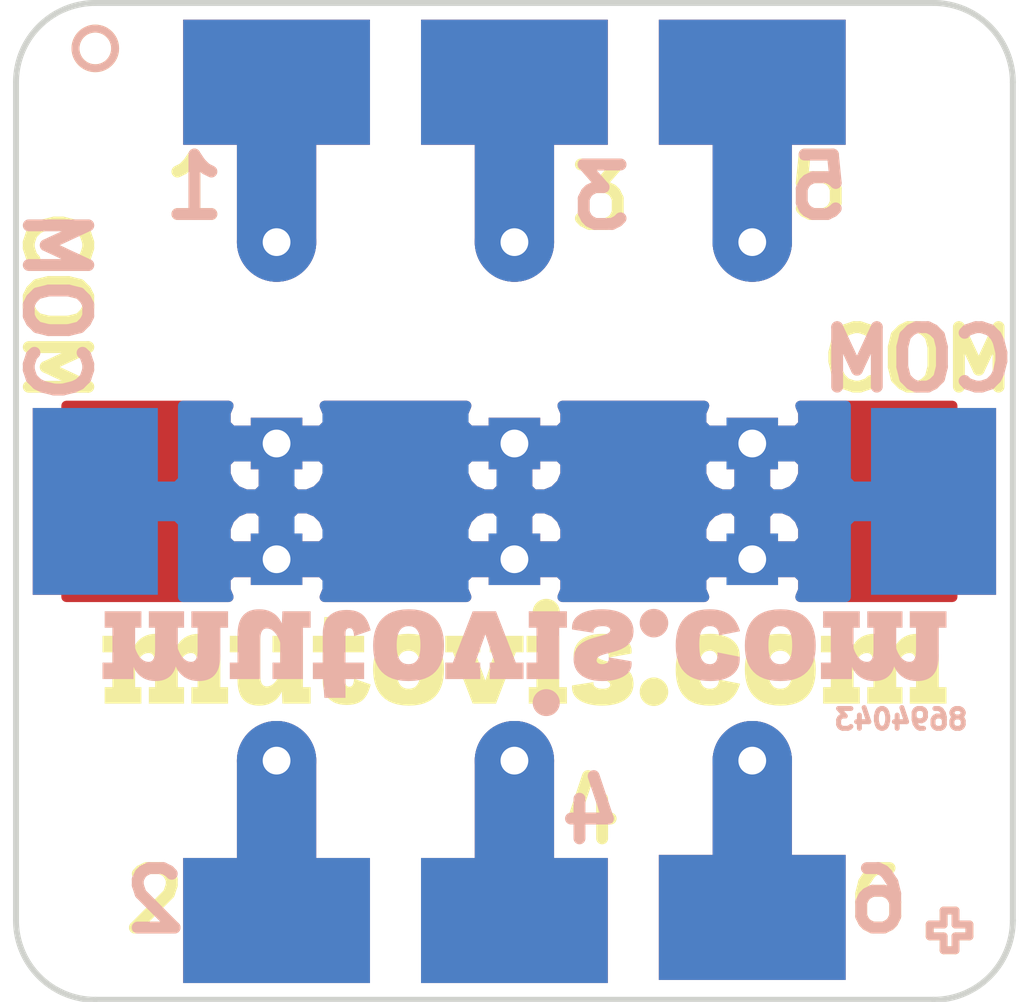
<source format=kicad_pcb>
(kicad_pcb (version 20171130) (host pcbnew 5.0.2)

  (general
    (thickness 1.6)
    (drawings 51)
    (tracks 12)
    (zones 0)
    (modules 24)
    (nets 8)
  )

  (page A4)
  (layers
    (0 F.Cu signal)
    (31 B.Cu signal)
    (32 B.Adhes user)
    (33 F.Adhes user)
    (34 B.Paste user)
    (35 F.Paste user)
    (36 B.SilkS user)
    (37 F.SilkS user)
    (38 B.Mask user)
    (39 F.Mask user)
    (40 Dwgs.User user)
    (41 Cmts.User user)
    (42 Eco1.User user)
    (43 Eco2.User user)
    (44 Edge.Cuts user)
    (45 Margin user)
    (46 B.CrtYd user)
    (47 F.CrtYd user)
    (48 B.Fab user hide)
    (49 F.Fab user hide)
  )

  (setup
    (last_trace_width 0.25)
    (user_trace_width 1)
    (user_trace_width 2)
    (user_trace_width 5)
    (trace_clearance 0.2)
    (zone_clearance 0.508)
    (zone_45_only no)
    (trace_min 0.2)
    (segment_width 0.2)
    (edge_width 0.15)
    (via_size 0.6)
    (via_drill 0.4)
    (via_min_size 0.4)
    (via_min_drill 0.3)
    (uvia_size 0.3)
    (uvia_drill 0.1)
    (uvias_allowed no)
    (uvia_min_size 0.2)
    (uvia_min_drill 0.1)
    (pcb_text_width 0.3)
    (pcb_text_size 1.5 1.5)
    (mod_edge_width 0.15)
    (mod_text_size 1 1)
    (mod_text_width 0.15)
    (pad_size 1.524 1.524)
    (pad_drill 0.762)
    (pad_to_mask_clearance 0.2)
    (solder_mask_min_width 0.25)
    (aux_axis_origin 0 0)
    (visible_elements FFFFF97F)
    (pcbplotparams
      (layerselection 0x010fc_ffffffff)
      (usegerberextensions true)
      (usegerberattributes true)
      (usegerberadvancedattributes false)
      (creategerberjobfile false)
      (excludeedgelayer true)
      (linewidth 0.150000)
      (plotframeref false)
      (viasonmask false)
      (mode 1)
      (useauxorigin true)
      (hpglpennumber 1)
      (hpglpenspeed 20)
      (hpglpendiameter 15.000000)
      (psnegative false)
      (psa4output false)
      (plotreference true)
      (plotvalue true)
      (plotinvisibletext false)
      (padsonsilk false)
      (subtractmaskfromsilk true)
      (outputformat 1)
      (mirror false)
      (drillshape 0)
      (scaleselection 1)
      (outputdirectory "output"))
  )

  (net 0 "")
  (net 1 "Net-(D1-Pad2)")
  (net 2 "Net-(D2-Pad2)")
  (net 3 "Net-(D3-Pad2)")
  (net 4 "Net-(D4-Pad2)")
  (net 5 "Net-(D5-Pad2)")
  (net 6 "Net-(D6-Pad2)")
  (net 7 /com)

  (net_class Default "This is the default net class."
    (clearance 0.2)
    (trace_width 0.25)
    (via_dia 0.6)
    (via_drill 0.4)
    (uvia_dia 0.3)
    (uvia_drill 0.1)
    (add_net /com)
    (add_net "Net-(D1-Pad2)")
    (add_net "Net-(D2-Pad2)")
    (add_net "Net-(D3-Pad2)")
    (add_net "Net-(D4-Pad2)")
    (add_net "Net-(D5-Pad2)")
    (add_net "Net-(D6-Pad2)")
  )

  (module logo:text (layer F.Cu) (tedit 5C1C3C15) (tstamp 5C41ADE0)
    (at 0.254 3.81)
    (descr "Imported from refined_output/text.svg")
    (tags svg2mod)
    (attr smd)
    (fp_text reference text (at 0 -4.40002) (layer F.SilkS) hide
      (effects (font (size 1.524 1.524) (thickness 0.3048)))
    )
    (fp_text value G*** (at 0 4.40002) (layer F.SilkS) hide
      (effects (font (size 1.524 1.524) (thickness 0.3048)))
    )
    (fp_poly (pts (xy 0.59195 -0.674985) (xy 0.63354 -0.682812) (xy 0.673097 -0.695459) (xy 0.710322 -0.712582)
      (xy 0.744908 -0.733863) (xy 0.77656 -0.758964) (xy 0.804968 -0.787555) (xy 0.829834 -0.819307)
      (xy 0.85086 -0.853891) (xy 0.867735 -0.890967) (xy 0.880166 -0.930213) (xy 0.887846 -0.971292)
      (xy 0.890468 -1.013882) (xy 0.887846 -1.056408) (xy 0.880166 -1.097332) (xy 0.867735 -1.136331)
      (xy 0.85086 -1.173098) (xy 0.829834 -1.207316) (xy 0.804968 -1.238683) (xy 0.77656 -1.266877)
      (xy 0.744908 -1.291594) (xy 0.710322 -1.312515) (xy 0.673097 -1.329329) (xy 0.63354 -1.341725)
      (xy 0.59195 -1.349395) (xy 0.548629 -1.35202) (xy 0.506037 -1.349395) (xy 0.464947 -1.341725)
      (xy 0.42568 -1.329329) (xy 0.388578 -1.312515) (xy 0.35397 -1.291594) (xy 0.322191 -1.266877)
      (xy 0.293566 -1.238683) (xy 0.268436 -1.207316) (xy 0.247131 -1.173098) (xy 0.229981 -1.136331)
      (xy 0.217316 -1.097332) (xy 0.209475 -1.056408) (xy 0.206786 -1.013882) (xy 0.209475 -0.971292)
      (xy 0.217316 -0.930213) (xy 0.229981 -0.890967) (xy 0.247131 -0.853891) (xy 0.268436 -0.819307)
      (xy 0.293566 -0.787555) (xy 0.322191 -0.758964) (xy 0.35397 -0.733863) (xy 0.388578 -0.712582)
      (xy 0.42568 -0.695459) (xy 0.464947 -0.682812) (xy 0.506037 -0.674985) (xy 0.548629 -0.672305)
      (xy 0.59195 -0.674985)) (layer F.SilkS) (width 0))
    (fp_poly (pts (xy -4.394822 1.321857) (xy -4.313568 1.310255) (xy -4.241681 1.29147) (xy -4.178472 1.265958)
      (xy -4.123174 1.234169) (xy -4.075099 1.196553) (xy -4.033507 1.153574) (xy -3.997709 1.105677)
      (xy -3.966964 1.053318) (xy -3.940532 0.996946) (xy -3.917725 0.937018) (xy -3.897802 0.873984)
      (xy -3.880048 0.808303) (xy -4.298884 0.66278) (xy -4.300815 0.686241) (xy -4.303302 0.709423)
      (xy -4.306504 0.73205) (xy -4.310631 0.753842) (xy -4.315791 0.774519) (xy -4.32222 0.79381)
      (xy -4.330078 0.811428) (xy -4.339497 0.827099) (xy -4.350663 0.840543) (xy -4.36376 0.851489)
      (xy -4.378973 0.859648) (xy -4.396436 0.864747) (xy -4.416359 0.866512) (xy -4.432472 0.865615)
      (xy -4.446971 0.862966) (xy -4.459883 0.858614) (xy -4.471286 0.852608) (xy -4.481235 0.844988)
      (xy -4.489781 0.835817) (xy -4.496977 0.825131) (xy -4.502904 0.812989) (xy -4.50764 0.799437)
      (xy -4.511186 0.784523) (xy -4.513673 0.768293) (xy -4.515101 0.750804) (xy -4.515578 0.732101)
      (xy -4.515578 -0.002908) (xy -4.045413 -0.002908) (xy -4.045413 -0.418302) (xy -4.515578 -0.418302)
      (xy -4.515578 -0.892438) (xy -5.048448 -0.892438) (xy -5.081521 -0.418302) (xy -5.338961 -0.418302)
      (xy -5.338961 -0.002908) (xy -5.08893 -0.002908) (xy -5.08893 0.732101) (xy -5.086231 0.801773)
      (xy -5.077897 0.870221) (xy -5.063477 0.936682) (xy -5.042495 1.000407) (xy -5.014529 1.060637)
      (xy -4.979128 1.116609) (xy -4.935868 1.167578) (xy -4.884301 1.21278) (xy -4.823949 1.251459)
      (xy -4.754417 1.282863) (xy -4.675254 1.306225) (xy -4.585983 1.320799) (xy -4.486209 1.325826)
      (xy -4.394822 1.321857)) (layer F.SilkS) (width 0))
    (fp_poly (pts (xy 8.458742 0.87683) (xy 8.300786 0.87683) (xy 8.300786 0.36592) (xy 8.308882 0.340607)
      (xy 8.319677 0.310966) (xy 8.333224 0.278099) (xy 8.349628 0.243108) (xy 8.368969 0.207108)
      (xy 8.391353 0.171197) (xy 8.416779 0.136485) (xy 8.445407 0.104082) (xy 8.47729 0.075087)
      (xy 8.512506 0.050609) (xy 8.551108 0.031755) (xy 8.59323 0.019635) (xy 8.638924 0.015348)
      (xy 8.6648 0.017165) (xy 8.688268 0.022591) (xy 8.709409 0.03161) (xy 8.728221 0.044202)
      (xy 8.74481 0.060351) (xy 8.759256 0.080024) (xy 8.771559 0.10321) (xy 8.781799 0.129888)
      (xy 8.790054 0.16003) (xy 8.796377 0.193615) (xy 8.800796 0.230633) (xy 8.803415 0.271049)
      (xy 8.804288 0.314853) (xy 8.804288 0.87683) (xy 8.646332 0.87683) (xy 8.646332 1.291962)
      (xy 9.535597 1.291962) (xy 9.535597 0.87683) (xy 9.377376 0.87683) (xy 9.377376 0.355334)
      (xy 9.386266 0.32954) (xy 9.397696 0.299973) (xy 9.411745 0.267642) (xy 9.428493 0.233572)
      (xy 9.447993 0.198775) (xy 9.470324 0.164265) (xy 9.495565 0.131063) (xy 9.52377 0.100182)
      (xy 9.555017 0.072636) (xy 9.58936 0.049442) (xy 9.626904 0.031618) (xy 9.667703 0.020181)
      (xy 9.711809 0.016143) (xy 9.737738 0.017891) (xy 9.76126 0.023144) (xy 9.7824 0.031909)
      (xy 9.801238 0.044202) (xy 9.817828 0.060028) (xy 9.832221 0.079403) (xy 9.844524 0.10233)
      (xy 9.854763 0.128822) (xy 9.862992 0.158891) (xy 9.869289 0.192546) (xy 9.873708 0.229793)
      (xy 9.876327 0.270646) (xy 9.877174 0.31512) (xy 9.877174 0.87683) (xy 9.719217 0.87683)
      (xy 9.719217 1.291962) (xy 10.645259 1.291962) (xy 10.645259 0.87683) (xy 10.450526 0.87683)
      (xy 10.450526 0.169332) (xy 10.445446 0.053282) (xy 10.430867 -0.048307) (xy 10.407663 -0.136342)
      (xy 10.376786 -0.211721) (xy 10.33911 -0.275345) (xy 10.295559 -0.328111) (xy 10.247061 -0.370918)
      (xy 10.194515 -0.404668) (xy 10.13882 -0.430269) (xy 10.080929 -0.44861) (xy 10.021742 -0.460596)
      (xy 9.962158 -0.467123) (xy 9.903103 -0.469102) (xy 9.816002 -0.464475) (xy 9.737606 -0.451412)
      (xy 9.667491 -0.431116) (xy 9.605182 -0.404806) (xy 9.550307 -0.373704) (xy 9.502391 -0.339015)
      (xy 9.461037 -0.301957) (xy 9.425768 -0.263746) (xy 9.396188 -0.225593) (xy 9.371872 -0.188718)
      (xy 9.352346 -0.154333) (xy 9.337212 -0.123654) (xy 9.326047 -0.097892) (xy 9.306706 -0.159032)
      (xy 9.282919 -0.213789) (xy 9.254953 -0.26242) (xy 9.223229 -0.305196) (xy 9.188013 -0.342362)
      (xy 9.149675 -0.374183) (xy 9.108586 -0.400922) (xy 9.065035 -0.422835) (xy 9.019368 -0.440183)
      (xy 8.971955 -0.453225) (xy 8.923139 -0.462218) (xy 8.873212 -0.467427) (xy 8.822544 -0.469102)
      (xy 8.740921 -0.464964) (xy 8.667022 -0.453211) (xy 8.600453 -0.43486) (xy 8.540922 -0.410897)
      (xy 8.488005 -0.382337) (xy 8.441359 -0.350185) (xy 8.40064 -0.315443) (xy 8.36545 -0.279108)
      (xy 8.335473 -0.242188) (xy 8.310338 -0.205686) (xy 8.289674 -0.17061) (xy 8.273111 -0.137961)
      (xy 8.260305 -0.10874) (xy 8.260305 -0.418302) (xy 7.477667 -0.418302) (xy 7.477667 -0.002908)
      (xy 7.727434 -0.002908) (xy 7.727434 0.87683) (xy 7.532701 0.87683) (xy 7.532701 1.291962)
      (xy 8.458742 1.291962) (xy 8.458742 0.87683)) (layer F.SilkS) (width 0))
    (fp_poly (pts (xy -9.664184 0.87683) (xy -9.82214 0.87683) (xy -9.82214 0.36592) (xy -9.814044 0.340607)
      (xy -9.803249 0.310966) (xy -9.789702 0.278099) (xy -9.773272 0.243108) (xy -9.753931 0.207108)
      (xy -9.731573 0.171197) (xy -9.706121 0.136485) (xy -9.677519 0.104082) (xy -9.645637 0.075087)
      (xy -9.610421 0.050609) (xy -9.571792 0.031755) (xy -9.529696 0.019635) (xy -9.484003 0.015348)
      (xy -9.458127 0.017165) (xy -9.434632 0.022591) (xy -9.413518 0.03161) (xy -9.394706 0.044202)
      (xy -9.37809 0.060351) (xy -9.36367 0.080024) (xy -9.351367 0.10321) (xy -9.341128 0.129888)
      (xy -9.332873 0.16003) (xy -9.326549 0.193615) (xy -9.322104 0.230633) (xy -9.319485 0.271049)
      (xy -9.318638 0.314853) (xy -9.318638 0.87683) (xy -9.476594 0.87683) (xy -9.476594 1.291962)
      (xy -8.58733 1.291962) (xy -8.58733 0.87683) (xy -8.745551 0.87683) (xy -8.745551 0.355334)
      (xy -8.736661 0.32954) (xy -8.725231 0.299973) (xy -8.711181 0.267642) (xy -8.694433 0.233572)
      (xy -8.674933 0.198775) (xy -8.652603 0.164265) (xy -8.627361 0.131063) (xy -8.599157 0.100182)
      (xy -8.567909 0.072636) (xy -8.53354 0.049442) (xy -8.496022 0.031618) (xy -8.455223 0.020181)
      (xy -8.411117 0.016143) (xy -8.385188 0.017891) (xy -8.361667 0.023144) (xy -8.340527 0.031909)
      (xy -8.321688 0.044202) (xy -8.305099 0.060028) (xy -8.290679 0.079403) (xy -8.278402 0.10233)
      (xy -8.268163 0.128822) (xy -8.259934 0.158891) (xy -8.253637 0.192546) (xy -8.249219 0.229793)
      (xy -8.246599 0.270646) (xy -8.245753 0.31512) (xy -8.245753 0.87683) (xy -8.403709 0.87683)
      (xy -8.403709 1.291962) (xy -7.477667 1.291962) (xy -7.477667 0.87683) (xy -7.672401 0.87683)
      (xy -7.672401 0.169332) (xy -7.677454 0.053282) (xy -7.692059 -0.048307) (xy -7.715263 -0.136342)
      (xy -7.74614 -0.211721) (xy -7.783817 -0.275345) (xy -7.827367 -0.328111) (xy -7.875865 -0.370918)
      (xy -7.928412 -0.404668) (xy -7.984106 -0.430269) (xy -8.041971 -0.44861) (xy -8.101184 -0.460596)
      (xy -8.160769 -0.467123) (xy -8.219824 -0.469102) (xy -8.306924 -0.464475) (xy -8.385321 -0.451412)
      (xy -8.455435 -0.431116) (xy -8.517718 -0.404806) (xy -8.572619 -0.373704) (xy -8.620509 -0.339015)
      (xy -8.661889 -0.301957) (xy -8.697158 -0.263746) (xy -8.726739 -0.225593) (xy -8.751054 -0.188718)
      (xy -8.77058 -0.154333) (xy -8.785714 -0.123654) (xy -8.79688 -0.097892) (xy -8.816194 -0.159032)
      (xy -8.840007 -0.213789) (xy -8.867947 -0.26242) (xy -8.899697 -0.305196) (xy -8.934913 -0.342362)
      (xy -8.973225 -0.374183) (xy -9.014341 -0.400922) (xy -9.057891 -0.422835) (xy -9.103558 -0.440183)
      (xy -9.150972 -0.453225) (xy -9.199787 -0.462218) (xy -9.249714 -0.467427) (xy -9.300382 -0.469102)
      (xy -9.382006 -0.464964) (xy -9.455904 -0.453211) (xy -9.522447 -0.43486) (xy -9.582004 -0.410897)
      (xy -9.634921 -0.382337) (xy -9.681567 -0.350185) (xy -9.722287 -0.315443) (xy -9.757476 -0.279108)
      (xy -9.787427 -0.242188) (xy -9.812589 -0.205686) (xy -9.833253 -0.17061) (xy -9.849816 -0.137961)
      (xy -9.862622 -0.10874) (xy -9.862622 -0.418302) (xy -10.645259 -0.418302) (xy -10.645259 -0.002908)
      (xy -10.395492 -0.002908) (xy -10.395492 0.87683) (xy -10.590226 0.87683) (xy -10.590226 1.291962)
      (xy -9.664184 1.291962) (xy -9.664184 0.87683)) (layer F.SilkS) (width 0))
    (fp_poly (pts (xy 6.399728 0.912353) (xy 6.60994 1.335605) (xy 6.741941 1.314724) (xy 6.858807 1.281)
      (xy 6.961174 1.235314) (xy 7.049783 1.178556) (xy 7.125348 1.111598) (xy 7.188531 1.035326)
      (xy 7.240072 0.950628) (xy 7.280659 0.858376) (xy 7.311006 0.759461) (xy 7.331803 0.654758)
      (xy 7.343788 0.545157) (xy 7.347598 0.431534) (xy 7.344132 0.323812) (xy 7.333099 0.218602)
      (xy 7.313573 0.116961) (xy 7.284654 0.019962) (xy 7.245443 -0.071343) (xy 7.195013 -0.155887)
      (xy 7.132466 -0.232606) (xy 7.056848 -0.300444) (xy 6.967286 -0.358324) (xy 6.862855 -0.405197)
      (xy 6.742628 -0.43999) (xy 6.605733 -0.461649) (xy 6.45119 -0.469102) (xy 6.299584 -0.461887)
      (xy 6.164778 -0.440895) (xy 6.045981 -0.407073) (xy 5.942317 -0.361401) (xy 5.853046 -0.304836)
      (xy 5.777296 -0.238343) (xy 5.714299 -0.162887) (xy 5.663234 -0.07943) (xy 5.623256 0.011064)
      (xy 5.593596 0.107631) (xy 5.573408 0.209304) (xy 5.561899 0.315123) (xy 5.558221 0.424126)
      (xy 5.562084 0.535743) (xy 5.574096 0.644238) (xy 5.595051 0.748608) (xy 5.625716 0.847843)
      (xy 5.666806 0.940921) (xy 5.719114 1.026841) (xy 5.783355 1.104586) (xy 5.860322 1.173145)
      (xy 5.950731 1.231507) (xy 6.055347 1.278664) (xy 6.174938 1.313597) (xy 6.310273 1.3353)
      (xy 6.462038 1.342759) (xy 6.60994 1.335605) (xy 6.399728 0.912353) (xy 6.351707 0.900299)
      (xy 6.310114 0.880998) (xy 6.274528 0.855098) (xy 6.244524 0.823239) (xy 6.219679 0.786073)
      (xy 6.199545 0.744248) (xy 6.18367 0.698401) (xy 6.171684 0.649188) (xy 6.163085 0.597245)
      (xy 6.157502 0.543228) (xy 6.15446 0.487777) (xy 6.153534 0.431534) (xy 6.15446 0.376207)
      (xy 6.157476 0.321756) (xy 6.163059 0.268809) (xy 6.171578 0.217972) (xy 6.183484 0.169865)
      (xy 6.199201 0.125108) (xy 6.219124 0.084316) (xy 6.24373 0.04811) (xy 6.27339 0.017104)
      (xy 6.308527 -0.008088) (xy 6.349616 -0.026849) (xy 6.39703 -0.038553) (xy 6.45119 -0.042594)
      (xy 6.506117 -0.038553) (xy 6.554139 -0.026821) (xy 6.595732 -0.007999) (xy 6.631318 0.01731)
      (xy 6.661322 0.048514) (xy 6.686166 0.085018) (xy 6.706301 0.126226) (xy 6.72215 0.171532)
      (xy 6.734162 0.220342) (xy 6.742734 0.272059) (xy 6.748343 0.326084) (xy 6.751386 0.381827)
      (xy 6.752286 0.438678) (xy 6.751386 0.495526) (xy 6.748343 0.551139) (xy 6.742787 0.604939)
      (xy 6.734268 0.656358) (xy 6.722361 0.704809) (xy 6.706645 0.749719) (xy 6.686696 0.79051)
      (xy 6.662116 0.826613) (xy 6.632456 0.857439) (xy 6.597293 0.882418) (xy 6.556229 0.900976)
      (xy 6.508816 0.912536) (xy 6.454629 0.916515) (xy 6.399728 0.912353)) (layer F.SilkS) (width 0))
    (fp_poly (pts (xy 4.778335 1.338774) (xy 4.873294 1.327056) (xy 4.959231 1.307958) (xy 5.036701 1.281833)
      (xy 5.106181 1.249038) (xy 5.168252 1.209925) (xy 5.223391 1.164851) (xy 5.272154 1.114162)
      (xy 5.315016 1.058224) (xy 5.352534 0.997383) (xy 5.385237 0.931991) (xy 5.413626 0.862411)
      (xy 5.438259 0.788989) (xy 4.905388 0.683153) (xy 4.903907 0.715802) (xy 4.899488 0.746288)
      (xy 4.892265 0.774532) (xy 4.882264 0.800453) (xy 4.86959 0.82398) (xy 4.854297 0.84503)
      (xy 4.836517 0.863527) (xy 4.816277 0.879394) (xy 4.793681 0.892552) (xy 4.76881 0.902918)
      (xy 4.741717 0.910419) (xy 4.712533 0.914978) (xy 4.681286 0.916515) (xy 4.637683 0.913859)
      (xy 4.598366 0.905887) (xy 4.563229 0.892586) (xy 4.532088 0.873947) (xy 4.504809 0.849962)
      (xy 4.481288 0.82062) (xy 4.461338 0.785909) (xy 4.444854 0.745819) (xy 4.431678 0.70034)
      (xy 4.421677 0.649463) (xy 4.414692 0.593179) (xy 4.410617 0.531475) (xy 4.409294 0.464342)
      (xy 4.409824 0.407735) (xy 4.411834 0.351252) (xy 4.415803 0.295665) (xy 4.422312 0.241735)
      (xy 4.431837 0.190228) (xy 4.44496 0.141915) (xy 4.462158 0.097558) (xy 4.484013 0.057924)
      (xy 4.511 0.023782) (xy 4.543703 -0.004107) (xy 4.582623 -0.02498) (xy 4.628317 -0.038065)
      (xy 4.681286 -0.042594) (xy 4.702479 -0.041601) (xy 4.723567 -0.038509) (xy 4.744257 -0.033163)
      (xy 4.764259 -0.025396) (xy 4.783309 -0.015048) (xy 4.801142 -0.001964) (xy 4.817467 0.014028)
      (xy 4.832046 0.033075) (xy 4.844561 0.055349) (xy 4.8548 0.081009) (xy 4.86242 0.110219)
      (xy 4.867209 0.143134) (xy 4.868505 0.215203) (xy 4.865965 0.250516) (xy 4.865172 0.256382)
      (xy 5.427411 0.143405) (xy 5.430745 0.10797) (xy 5.431115 0.077788) (xy 5.425824 0.000063)
      (xy 5.410293 -0.072207) (xy 5.384946 -0.138886) (xy 5.350232 -0.19984) (xy 5.306576 -0.254943)
      (xy 5.254427 -0.304058) (xy 5.194207 -0.34705) (xy 5.126395 -0.383793) (xy 5.051438 -0.414151)
      (xy 4.969735 -0.437995) (xy 4.881734 -0.45519) (xy 4.787913 -0.465602) (xy 4.688694 -0.469102)
      (xy 4.575691 -0.465017) (xy 4.467794 -0.452344) (xy 4.365691 -0.430463) (xy 4.270097 -0.39875)
      (xy 4.181647 -0.356586) (xy 4.101055 -0.303351) (xy 4.028982 -0.23842) (xy 3.966117 -0.161175)
      (xy 3.913174 -0.070992) (xy 3.870788 0.032744) (xy 3.839673 0.150668) (xy 3.820517 0.283391)
      (xy 3.813982 0.431534) (xy 3.818692 0.560349) (xy 3.833006 0.68029) (xy 3.857056 0.791108)
      (xy 3.891055 0.892555) (xy 3.935161 0.984386) (xy 3.989559 1.066341) (xy 4.054435 1.138183)
      (xy 4.129974 1.199654) (xy 4.21636 1.250507) (xy 4.313753 1.290493) (xy 4.422365 1.319362)
      (xy 4.542327 1.336867) (xy 4.673878 1.342759) (xy 4.778335 1.338774)) (layer F.SilkS) (width 0))
    (fp_poly (pts (xy 2.052373 1.339738) (xy 2.149946 1.330575) (xy 2.242717 1.315118) (xy 2.329982 1.293221)
      (xy 2.411037 1.264731) (xy 2.485189 1.229502) (xy 2.551726 1.187377) (xy 2.609943 1.13822)
      (xy 2.659155 1.081869) (xy 2.698657 1.018179) (xy 2.727735 0.947001) (xy 2.7457 0.868184)
      (xy 2.751865 0.78158) (xy 2.736122 0.649522) (xy 2.69236 0.542384) (xy 2.625659 0.456847)
      (xy 2.541117 0.38959) (xy 2.443819 0.3373) (xy 2.338874 0.296652) (xy 2.231385 0.26434)
      (xy 2.029142 0.21142) (xy 1.944592 0.184185) (xy 1.877886 0.152) (xy 1.834126 0.111555)
      (xy 1.818405 0.059531) (xy 1.81901 0.048445) (xy 1.820915 0.037286) (xy 1.824231 0.02622)
      (xy 1.829086 0.015409) (xy 1.835595 0.005021) (xy 1.843884 -0.004769) (xy 1.85407 -0.013797)
      (xy 1.866273 -0.0219) (xy 1.880621 -0.028904) (xy 1.897227 -0.034641) (xy 1.91621 -0.038949)
      (xy 1.9377 -0.041654) (xy 1.961806 -0.042594) (xy 1.986963 -0.04146) (xy 2.009942 -0.038161)
      (xy 2.03077 -0.032873) (xy 2.049476 -0.025763) (xy 2.066092 -0.016998) (xy 2.080641 -0.006748)
      (xy 2.093161 0.004815) (xy 2.103676 0.017524) (xy 2.112208 0.031206) (xy 2.118802 0.0457)
      (xy 2.123474 0.060831) (xy 2.12625 0.076435) (xy 2.126594 0.111971) (xy 2.12426 0.12623)
      (xy 2.123469 0.12885) (xy 2.696832 0.030161) (xy 2.703076 -0.018056) (xy 2.703976 -0.039155)
      (xy 2.698261 -0.100553) (xy 2.681645 -0.15757) (xy 2.654737 -0.210107) (xy 2.618251 -0.258076)
      (xy 2.572853 -0.301388) (xy 2.519198 -0.339949) (xy 2.457969 -0.373662) (xy 2.389836 -0.402443)
      (xy 2.31548 -0.426195) (xy 2.235568 -0.444829) (xy 2.150769 -0.458254) (xy 2.061763 -0.466377)
      (xy 1.969214 -0.469102) (xy 1.861487 -0.465234) (xy 1.762268 -0.453831) (xy 1.671574 -0.435177)
      (xy 1.589434 -0.409574) (xy 1.515856 -0.377316) (xy 1.450864 -0.3387) (xy 1.394481 -0.29402)
      (xy 1.346716 -0.243566) (xy 1.307595 -0.18764) (xy 1.277133 -0.126528) (xy 1.255353 -0.060536)
      (xy 1.242272 0.010051) (xy 1.237909 0.084929) (xy 1.253503 0.219898) (xy 1.296921 0.330466)
      (xy 1.363094 0.419705) (xy 1.446972 0.490687) (xy 1.543497 0.54648) (xy 1.647611 0.590154)
      (xy 1.754248 0.624783) (xy 1.858362 0.653427) (xy 1.954887 0.679163) (xy 2.038765 0.705055)
      (xy 2.104938 0.73418) (xy 2.148356 0.769598) (xy 2.16395 0.814386) (xy 2.162477 0.829737)
      (xy 2.158169 0.843803) (xy 2.151197 0.856593) (xy 2.141739 0.868115) (xy 2.129962 0.878381)
      (xy 2.116037 0.887401) (xy 2.100138 0.895185) (xy 2.082435 0.901744) (xy 2.063104 0.907088)
      (xy 2.042316 0.911226) (xy 2.020242 0.914174) (xy 1.997051 0.915931) (xy 1.972921 0.916515)
      (xy 1.936446 0.915375) (xy 1.903288 0.912044) (xy 1.873382 0.906662) (xy 1.846657 0.899365)
      (xy 1.823043 0.890303) (xy 1.802469 0.879603) (xy 1.784869 0.867411) (xy 1.770163 0.85387)
      (xy 1.758294 0.839111) (xy 1.749182 0.823281) (xy 1.74276 0.806515) (xy 1.738961 0.788949)
      (xy 1.737942 0.76733) (xy 1.741411 0.74877) (xy 1.201129 0.832642) (xy 1.197636 0.863064)
      (xy 1.197427 0.880265) (xy 1.203431 0.950123) (xy 1.220933 1.014049) (xy 1.249153 1.072096)
      (xy 1.287317 1.124332) (xy 1.334654 1.170812) (xy 1.390391 1.211605) (xy 1.45375 1.24676)
      (xy 1.523963 1.276341) (xy 1.60025 1.300413) (xy 1.681842 1.319031) (xy 1.767964 1.332252)
      (xy 1.857841 1.340142) (xy 1.950696 1.342759) (xy 2.052373 1.339738)) (layer F.SilkS) (width 0))
    (fp_poly (pts (xy -2.97774 0.912353) (xy -2.767528 1.335605) (xy -2.635507 1.314724) (xy -2.518661 1.281)
      (xy -2.416286 1.235314) (xy -2.327677 1.178556) (xy -2.252123 1.111598) (xy -2.188932 1.035326)
      (xy -2.137389 0.950628) (xy -2.096799 0.858376) (xy -2.066451 0.759461) (xy -2.045647 0.654758)
      (xy -2.033683 0.545157) (xy -2.029852 0.431534) (xy -2.033326 0.323812) (xy -2.044369 0.218602)
      (xy -2.063888 0.116961) (xy -2.092799 0.019962) (xy -2.132013 -0.071343) (xy -2.182442 -0.155887)
      (xy -2.245003 -0.232606) (xy -2.320608 -0.300444) (xy -2.410169 -0.358324) (xy -2.514603 -0.405197)
      (xy -2.634821 -0.43999) (xy -2.771735 -0.461649) (xy -2.926252 -0.469102) (xy -3.077858 -0.461887)
      (xy -3.212663 -0.440895) (xy -3.331488 -0.407073) (xy -3.435125 -0.361401) (xy -3.524422 -0.304836)
      (xy -3.600146 -0.238343) (xy -3.663143 -0.162887) (xy -3.714234 -0.07943) (xy -3.754186 0.011064)
      (xy -3.783872 0.107631) (xy -3.80406 0.209304) (xy -3.815569 0.315123) (xy -3.819221 0.424126)
      (xy -3.815384 0.535743) (xy -3.803372 0.644238) (xy -3.782391 0.748608) (xy -3.751752 0.847843)
      (xy -3.710636 0.940921) (xy -3.658354 1.026841) (xy -3.594113 1.104586) (xy -3.517146 1.173145)
      (xy -3.426738 1.231507) (xy -3.322122 1.278664) (xy -3.202503 1.313597) (xy -3.067196 1.3353)
      (xy -2.915404 1.342759) (xy -2.767528 1.335605) (xy -2.97774 0.912353) (xy -3.025762 0.900299)
      (xy -3.067354 0.880998) (xy -3.102941 0.855098) (xy -3.132944 0.823239) (xy -3.157789 0.786073)
      (xy -3.177924 0.744248) (xy -3.193772 0.698401) (xy -3.205784 0.649188) (xy -3.214357 0.597245)
      (xy -3.219966 0.543228) (xy -3.223009 0.487777) (xy -3.223908 0.431534) (xy -3.223009 0.376207)
      (xy -3.219966 0.321756) (xy -3.21441 0.268809) (xy -3.20589 0.217972) (xy -3.193984 0.169865)
      (xy -3.178268 0.125108) (xy -3.158318 0.084316) (xy -3.133738 0.04811) (xy -3.104078 0.017104)
      (xy -3.068915 -0.008088) (xy -3.027852 -0.026849) (xy -2.980439 -0.038553) (xy -2.926252 -0.042594)
      (xy -2.871351 -0.038553) (xy -2.823303 -0.026821) (xy -2.78171 -0.007999) (xy -2.74615 0.01731)
      (xy -2.716146 0.048514) (xy -2.691289 0.085018) (xy -2.671154 0.126226) (xy -2.6553 0.171532)
      (xy -2.643299 0.220342) (xy -2.634716 0.272059) (xy -2.62912 0.326084) (xy -2.62608 0.381827)
      (xy -2.625164 0.438678) (xy -2.62608 0.495526) (xy -2.629106 0.551139) (xy -2.634676 0.604939)
      (xy -2.643198 0.656358) (xy -2.655104 0.704809) (xy -2.670815 0.749719) (xy -2.690752 0.79051)
      (xy -2.715353 0.826613) (xy -2.745012 0.857439) (xy -2.780149 0.882418) (xy -2.821239 0.900976)
      (xy -2.868652 0.912536) (xy -2.922812 0.916515) (xy -2.97774 0.912353)) (layer F.SilkS) (width 0))
    (fp_poly (pts (xy 1.070388 0.87683) (xy 0.875652 0.87683) (xy 0.875652 -0.418302) (xy 0.052536 -0.418302)
      (xy 0.052536 -0.002908) (xy 0.302302 -0.002908) (xy 0.302302 0.87683) (xy 0.107567 0.87683)
      (xy 0.107567 1.291962) (xy 1.070388 1.291962) (xy 1.070388 0.87683)) (layer F.SilkS) (width 0))
    (fp_poly (pts (xy -0.219024 -0.002908) (xy -0.024292 -0.002908) (xy -0.024292 -0.418302) (xy -0.876776 -0.418302)
      (xy -0.876776 -0.002908) (xy -0.751893 -0.002908) (xy -0.986843 0.710405) (xy -1.244285 -0.002908)
      (xy -1.115695 -0.002908) (xy -1.115695 -0.418302) (xy -1.997554 -0.418302) (xy -1.997554 -0.002908)
      (xy -1.806525 -0.002908) (xy -1.306724 1.291962) (xy -0.71882 1.291962) (xy -0.219024 -0.002908)) (layer F.SilkS) (width 0))
    (fp_poly (pts (xy -6.608405 1.338624) (xy -6.533131 1.326887) (xy -6.465451 1.308551) (xy -6.404967 1.284614)
      (xy -6.351336 1.256084) (xy -6.304134 1.223959) (xy -6.262992 1.189243) (xy -6.227511 1.152939)
      (xy -6.197349 1.116048) (xy -6.172107 1.079573) (xy -6.151391 1.044515) (xy -6.134828 1.011879)
      (xy -6.122022 0.982661) (xy -6.107205 1.291962) (xy -5.394418 1.291962) (xy -5.394418 0.87683)
      (xy -5.589151 0.876299) (xy -5.589151 -0.418302) (xy -6.357236 -0.418302) (xy -6.357236 -0.002908)
      (xy -6.162503 -0.002908) (xy -6.162503 0.500328) (xy -6.171446 0.527155) (xy -6.183061 0.558076)
      (xy -6.197375 0.592004) (xy -6.214441 0.627847) (xy -6.234337 0.664529) (xy -6.257092 0.700957)
      (xy -6.282756 0.736054) (xy -6.311384 0.768727) (xy -6.343002 0.797889) (xy -6.377689 0.822461)
      (xy -6.415498 0.84136) (xy -6.456455 0.853492) (xy -6.500641 0.857778) (xy -6.526517 0.856032)
      (xy -6.549985 0.850777) (xy -6.571126 0.842009) (xy -6.589937 0.829716) (xy -6.606527 0.813886)
      (xy -6.620947 0.794516) (xy -6.633276 0.771587) (xy -6.643516 0.745097) (xy -6.651771 0.715027)
      (xy -6.658094 0.681372) (xy -6.662513 0.644124) (xy -6.665132 0.603267) (xy -6.666005 0.558799)
      (xy -6.666005 -0.418302) (xy -7.433826 -0.418302) (xy -7.433826 -0.002908) (xy -7.239093 -0.002908)
      (xy -7.239093 0.704587) (xy -7.234013 0.820633) (xy -7.219434 0.922212) (xy -7.19623 1.010228)
      (xy -7.165353 1.085584) (xy -7.127677 1.149177) (xy -7.084126 1.201916) (xy -7.035628 1.244689)
      (xy -6.983082 1.278412) (xy -6.927387 1.303984) (xy -6.869496 1.322302) (xy -6.810309 1.334269)
      (xy -6.750725 1.340788) (xy -6.69167 1.342759) (xy -6.608405 1.338624)) (layer F.SilkS) (width 0))
    (fp_poly (pts (xy 3.307808 1.349265) (xy 3.351437 1.341217) (xy 3.393136 1.328191) (xy 3.432612 1.31052)
      (xy 3.469442 1.288517) (xy 3.503282 1.262511) (xy 3.533815 1.232819) (xy 3.560617 1.199768)
      (xy 3.583371 1.163676) (xy 3.60168 1.124864) (xy 3.615227 1.083661) (xy 3.623588 1.040385)
      (xy 3.626472 0.995364) (xy 3.623588 0.949541) (xy 3.615227 0.905472) (xy 3.60168 0.863482)
      (xy 3.583371 0.823914) (xy 3.560617 0.787094) (xy 3.533815 0.753365) (xy 3.503282 0.723044)
      (xy 3.469442 0.69648) (xy 3.432612 0.673996) (xy 3.393136 0.65593) (xy 3.351437 0.642616)
      (xy 3.307808 0.63438) (xy 3.26267 0.631562) (xy 3.217664 0.63438) (xy 3.174378 0.642616)
      (xy 3.133209 0.65593) (xy 3.094421 0.673996) (xy 3.058358 0.69648) (xy 3.025338 0.723044)
      (xy 2.995679 0.753365) (xy 2.969697 0.787094) (xy 2.94771 0.823914) (xy 2.930062 0.863482)
      (xy 2.917071 0.905472) (xy 2.909028 0.949541) (xy 2.906276 0.995364) (xy 2.909028 1.040385)
      (xy 2.917071 1.083661) (xy 2.930062 1.124864) (xy 2.94771 1.163676) (xy 2.969697 1.199768)
      (xy 2.995679 1.232819) (xy 3.025338 1.262511) (xy 3.058358 1.288517) (xy 3.094421 1.31052)
      (xy 3.133209 1.328191) (xy 3.174378 1.341217) (xy 3.217664 1.349265) (xy 3.26267 1.35202)
      (xy 3.307808 1.349265)) (layer F.SilkS) (width 0))
  )

  (module myParts:BPW34 (layer B.Cu) (tedit 58B6D11D) (tstamp 59134664)
    (at 6 -1.46 90)
    (descr "D, T-1 series, Axial, Horizontal, pin pitch=5.08mm, , length*diameter=3.2*2.6mm^2, , http://www.diodes.com/_files/packages/T-1.pdf")
    (tags "D T-1 series Axial Horizontal pin pitch 5.08mm  length 3.2mm diameter 2.6mm")
    (path /589CC856)
    (fp_text reference D5 (at 2.54 2.36 90) (layer B.SilkS) hide
      (effects (font (size 1 1) (thickness 0.15)) (justify mirror))
    )
    (fp_text value D_Photo (at 2.54 -2.36 90) (layer B.Fab)
      (effects (font (size 1 1) (thickness 0.15)) (justify mirror))
    )
    (fp_line (start 0.94 -1.325) (end 3.59 -1.325) (layer Dwgs.User) (width 0.15))
    (fp_line (start 0.94 1.325) (end 3.59 1.325) (layer Dwgs.User) (width 0.15))
    (fp_line (start 3.59 1.325) (end 3.59 -1.325) (layer Dwgs.User) (width 0.15))
    (fp_line (start 6.35 1.65) (end -1.25 1.65) (layer B.CrtYd) (width 0.05))
    (fp_line (start 6.35 -1.65) (end 6.35 1.65) (layer B.CrtYd) (width 0.05))
    (fp_line (start -1.25 -1.65) (end 6.35 -1.65) (layer B.CrtYd) (width 0.05))
    (fp_line (start -1.25 1.65) (end -1.25 -1.65) (layer B.CrtYd) (width 0.05))
    (fp_line (start 1.42 1.3) (end 1.42 -1.3) (layer B.Fab) (width 0.1))
    (fp_line (start 5.08 0) (end 4.14 0) (layer B.Fab) (width 0.1))
    (fp_line (start 0 0) (end 0.94 0) (layer B.Fab) (width 0.1))
    (fp_line (start 4.14 1.3) (end 0.94 1.3) (layer B.Fab) (width 0.1))
    (fp_line (start 4.14 -1.3) (end 4.14 1.3) (layer B.Fab) (width 0.1))
    (fp_line (start 0.94 -1.3) (end 4.14 -1.3) (layer B.Fab) (width 0.1))
    (fp_line (start 0.94 1.3) (end 0.94 -1.3) (layer B.Fab) (width 0.1))
    (fp_line (start 0.94 1.325) (end 0.94 -1.325) (layer Dwgs.User) (width 0.15))
    (pad 2 thru_hole oval (at 5.08 0 90) (size 2 2) (drill 0.7) (layers *.Cu *.Mask)
      (net 5 "Net-(D5-Pad2)"))
    (pad 1 thru_hole rect (at 0 0 90) (size 1.3 1.3) (drill 0.7) (layers *.Cu *.Mask)
      (net 7 /com))
    (model Diodes_THT.3dshapes/D_T-1_P5.08mm_Horizontal.wrl
      (at (xyz 0 0 0))
      (scale (xyz 0.393701 0.393701 0.393701))
      (rotate (xyz 0 0 0))
    )
  )

  (module myParts:BPW34 (layer B.Cu) (tedit 58B6D11D) (tstamp 59134614)
    (at -6 -1.46 90)
    (descr "D, T-1 series, Axial, Horizontal, pin pitch=5.08mm, , length*diameter=3.2*2.6mm^2, , http://www.diodes.com/_files/packages/T-1.pdf")
    (tags "D T-1 series Axial Horizontal pin pitch 5.08mm  length 3.2mm diameter 2.6mm")
    (path /589CC837)
    (fp_text reference D1 (at 2.54 2.36 90) (layer B.SilkS) hide
      (effects (font (size 1 1) (thickness 0.15)) (justify mirror))
    )
    (fp_text value D_Photo (at 2.54 -2.36 90) (layer B.Fab)
      (effects (font (size 1 1) (thickness 0.15)) (justify mirror))
    )
    (fp_line (start 0.94 1.325) (end 0.94 -1.325) (layer Dwgs.User) (width 0.15))
    (fp_line (start 0.94 1.3) (end 0.94 -1.3) (layer B.Fab) (width 0.1))
    (fp_line (start 0.94 -1.3) (end 4.14 -1.3) (layer B.Fab) (width 0.1))
    (fp_line (start 4.14 -1.3) (end 4.14 1.3) (layer B.Fab) (width 0.1))
    (fp_line (start 4.14 1.3) (end 0.94 1.3) (layer B.Fab) (width 0.1))
    (fp_line (start 0 0) (end 0.94 0) (layer B.Fab) (width 0.1))
    (fp_line (start 5.08 0) (end 4.14 0) (layer B.Fab) (width 0.1))
    (fp_line (start 1.42 1.3) (end 1.42 -1.3) (layer B.Fab) (width 0.1))
    (fp_line (start -1.25 1.65) (end -1.25 -1.65) (layer B.CrtYd) (width 0.05))
    (fp_line (start -1.25 -1.65) (end 6.35 -1.65) (layer B.CrtYd) (width 0.05))
    (fp_line (start 6.35 -1.65) (end 6.35 1.65) (layer B.CrtYd) (width 0.05))
    (fp_line (start 6.35 1.65) (end -1.25 1.65) (layer B.CrtYd) (width 0.05))
    (fp_line (start 3.59 1.325) (end 3.59 -1.325) (layer Dwgs.User) (width 0.15))
    (fp_line (start 0.94 1.325) (end 3.59 1.325) (layer Dwgs.User) (width 0.15))
    (fp_line (start 0.94 -1.325) (end 3.59 -1.325) (layer Dwgs.User) (width 0.15))
    (pad 1 thru_hole rect (at 0 0 90) (size 1.3 1.3) (drill 0.7) (layers *.Cu *.Mask)
      (net 7 /com))
    (pad 2 thru_hole oval (at 5.08 0 90) (size 2 2) (drill 0.7) (layers *.Cu *.Mask)
      (net 1 "Net-(D1-Pad2)"))
    (model Diodes_THT.3dshapes/D_T-1_P5.08mm_Horizontal.wrl
      (at (xyz 0 0 0))
      (scale (xyz 0.393701 0.393701 0.393701))
      (rotate (xyz 0 0 0))
    )
  )

  (module myParts:BPW34 (layer B.Cu) (tedit 58B6D11D) (tstamp 59134628)
    (at -6 1.46 270)
    (descr "D, T-1 series, Axial, Horizontal, pin pitch=5.08mm, , length*diameter=3.2*2.6mm^2, , http://www.diodes.com/_files/packages/T-1.pdf")
    (tags "D T-1 series Axial Horizontal pin pitch 5.08mm  length 3.2mm diameter 2.6mm")
    (path /589CC358)
    (fp_text reference D2 (at 2.54 2.36 270) (layer B.SilkS) hide
      (effects (font (size 1 1) (thickness 0.15)) (justify mirror))
    )
    (fp_text value D_Photo (at 2.54 -2.36 270) (layer B.Fab)
      (effects (font (size 1 1) (thickness 0.15)) (justify mirror))
    )
    (fp_line (start 0.94 1.325) (end 0.94 -1.325) (layer Dwgs.User) (width 0.15))
    (fp_line (start 0.94 1.3) (end 0.94 -1.3) (layer B.Fab) (width 0.1))
    (fp_line (start 0.94 -1.3) (end 4.14 -1.3) (layer B.Fab) (width 0.1))
    (fp_line (start 4.14 -1.3) (end 4.14 1.3) (layer B.Fab) (width 0.1))
    (fp_line (start 4.14 1.3) (end 0.94 1.3) (layer B.Fab) (width 0.1))
    (fp_line (start 0 0) (end 0.94 0) (layer B.Fab) (width 0.1))
    (fp_line (start 5.08 0) (end 4.14 0) (layer B.Fab) (width 0.1))
    (fp_line (start 1.42 1.3) (end 1.42 -1.3) (layer B.Fab) (width 0.1))
    (fp_line (start -1.25 1.65) (end -1.25 -1.65) (layer B.CrtYd) (width 0.05))
    (fp_line (start -1.25 -1.65) (end 6.35 -1.65) (layer B.CrtYd) (width 0.05))
    (fp_line (start 6.35 -1.65) (end 6.35 1.65) (layer B.CrtYd) (width 0.05))
    (fp_line (start 6.35 1.65) (end -1.25 1.65) (layer B.CrtYd) (width 0.05))
    (fp_line (start 3.59 1.325) (end 3.59 -1.325) (layer Dwgs.User) (width 0.15))
    (fp_line (start 0.94 1.325) (end 3.59 1.325) (layer Dwgs.User) (width 0.15))
    (fp_line (start 0.94 -1.325) (end 3.59 -1.325) (layer Dwgs.User) (width 0.15))
    (pad 1 thru_hole rect (at 0 0 270) (size 1.3 1.3) (drill 0.7) (layers *.Cu *.Mask)
      (net 7 /com))
    (pad 2 thru_hole oval (at 5.08 0 270) (size 2 2) (drill 0.7) (layers *.Cu *.Mask)
      (net 2 "Net-(D2-Pad2)"))
    (model Diodes_THT.3dshapes/D_T-1_P5.08mm_Horizontal.wrl
      (at (xyz 0 0 0))
      (scale (xyz 0.393701 0.393701 0.393701))
      (rotate (xyz 0 0 0))
    )
  )

  (module myParts:BPW34 (layer B.Cu) (tedit 58B6D11D) (tstamp 5913463C)
    (at 0 -1.46 90)
    (descr "D, T-1 series, Axial, Horizontal, pin pitch=5.08mm, , length*diameter=3.2*2.6mm^2, , http://www.diodes.com/_files/packages/T-1.pdf")
    (tags "D T-1 series Axial Horizontal pin pitch 5.08mm  length 3.2mm diameter 2.6mm")
    (path /589CC72E)
    (fp_text reference D3 (at 2.54 2.36 90) (layer B.SilkS) hide
      (effects (font (size 1 1) (thickness 0.15)) (justify mirror))
    )
    (fp_text value D_Photo (at 2.54 -2.36 90) (layer B.Fab)
      (effects (font (size 1 1) (thickness 0.15)) (justify mirror))
    )
    (fp_line (start 0.94 -1.325) (end 3.59 -1.325) (layer Dwgs.User) (width 0.15))
    (fp_line (start 0.94 1.325) (end 3.59 1.325) (layer Dwgs.User) (width 0.15))
    (fp_line (start 3.59 1.325) (end 3.59 -1.325) (layer Dwgs.User) (width 0.15))
    (fp_line (start 6.35 1.65) (end -1.25 1.65) (layer B.CrtYd) (width 0.05))
    (fp_line (start 6.35 -1.65) (end 6.35 1.65) (layer B.CrtYd) (width 0.05))
    (fp_line (start -1.25 -1.65) (end 6.35 -1.65) (layer B.CrtYd) (width 0.05))
    (fp_line (start -1.25 1.65) (end -1.25 -1.65) (layer B.CrtYd) (width 0.05))
    (fp_line (start 1.42 1.3) (end 1.42 -1.3) (layer B.Fab) (width 0.1))
    (fp_line (start 5.08 0) (end 4.14 0) (layer B.Fab) (width 0.1))
    (fp_line (start 0 0) (end 0.94 0) (layer B.Fab) (width 0.1))
    (fp_line (start 4.14 1.3) (end 0.94 1.3) (layer B.Fab) (width 0.1))
    (fp_line (start 4.14 -1.3) (end 4.14 1.3) (layer B.Fab) (width 0.1))
    (fp_line (start 0.94 -1.3) (end 4.14 -1.3) (layer B.Fab) (width 0.1))
    (fp_line (start 0.94 1.3) (end 0.94 -1.3) (layer B.Fab) (width 0.1))
    (fp_line (start 0.94 1.325) (end 0.94 -1.325) (layer Dwgs.User) (width 0.15))
    (pad 2 thru_hole oval (at 5.08 0 90) (size 2 2) (drill 0.7) (layers *.Cu *.Mask)
      (net 3 "Net-(D3-Pad2)"))
    (pad 1 thru_hole rect (at 0 0 90) (size 1.3 1.3) (drill 0.7) (layers *.Cu *.Mask)
      (net 7 /com))
    (model Diodes_THT.3dshapes/D_T-1_P5.08mm_Horizontal.wrl
      (at (xyz 0 0 0))
      (scale (xyz 0.393701 0.393701 0.393701))
      (rotate (xyz 0 0 0))
    )
  )

  (module myParts:BPW34 (layer B.Cu) (tedit 58B6D11D) (tstamp 59134650)
    (at 0 1.46 270)
    (descr "D, T-1 series, Axial, Horizontal, pin pitch=5.08mm, , length*diameter=3.2*2.6mm^2, , http://www.diodes.com/_files/packages/T-1.pdf")
    (tags "D T-1 series Axial Horizontal pin pitch 5.08mm  length 3.2mm diameter 2.6mm")
    (path /589CC92F)
    (fp_text reference D4 (at 2.54 2.36 270) (layer B.SilkS) hide
      (effects (font (size 1 1) (thickness 0.15)) (justify mirror))
    )
    (fp_text value D_Photo (at 2.54 -2.36 270) (layer B.Fab)
      (effects (font (size 1 1) (thickness 0.15)) (justify mirror))
    )
    (fp_line (start 0.94 1.325) (end 0.94 -1.325) (layer Dwgs.User) (width 0.15))
    (fp_line (start 0.94 1.3) (end 0.94 -1.3) (layer B.Fab) (width 0.1))
    (fp_line (start 0.94 -1.3) (end 4.14 -1.3) (layer B.Fab) (width 0.1))
    (fp_line (start 4.14 -1.3) (end 4.14 1.3) (layer B.Fab) (width 0.1))
    (fp_line (start 4.14 1.3) (end 0.94 1.3) (layer B.Fab) (width 0.1))
    (fp_line (start 0 0) (end 0.94 0) (layer B.Fab) (width 0.1))
    (fp_line (start 5.08 0) (end 4.14 0) (layer B.Fab) (width 0.1))
    (fp_line (start 1.42 1.3) (end 1.42 -1.3) (layer B.Fab) (width 0.1))
    (fp_line (start -1.25 1.65) (end -1.25 -1.65) (layer B.CrtYd) (width 0.05))
    (fp_line (start -1.25 -1.65) (end 6.35 -1.65) (layer B.CrtYd) (width 0.05))
    (fp_line (start 6.35 -1.65) (end 6.35 1.65) (layer B.CrtYd) (width 0.05))
    (fp_line (start 6.35 1.65) (end -1.25 1.65) (layer B.CrtYd) (width 0.05))
    (fp_line (start 3.59 1.325) (end 3.59 -1.325) (layer Dwgs.User) (width 0.15))
    (fp_line (start 0.94 1.325) (end 3.59 1.325) (layer Dwgs.User) (width 0.15))
    (fp_line (start 0.94 -1.325) (end 3.59 -1.325) (layer Dwgs.User) (width 0.15))
    (pad 1 thru_hole rect (at 0 0 270) (size 1.3 1.3) (drill 0.7) (layers *.Cu *.Mask)
      (net 7 /com))
    (pad 2 thru_hole oval (at 5.08 0 270) (size 2 2) (drill 0.7) (layers *.Cu *.Mask)
      (net 4 "Net-(D4-Pad2)"))
    (model Diodes_THT.3dshapes/D_T-1_P5.08mm_Horizontal.wrl
      (at (xyz 0 0 0))
      (scale (xyz 0.393701 0.393701 0.393701))
      (rotate (xyz 0 0 0))
    )
  )

  (module myParts:BPW34 (layer B.Cu) (tedit 58B6D11D) (tstamp 59134678)
    (at 6 1.46 270)
    (descr "D, T-1 series, Axial, Horizontal, pin pitch=5.08mm, , length*diameter=3.2*2.6mm^2, , http://www.diodes.com/_files/packages/T-1.pdf")
    (tags "D T-1 series Axial Horizontal pin pitch 5.08mm  length 3.2mm diameter 2.6mm")
    (path /589CC967)
    (fp_text reference D6 (at 2.54 2.36 270) (layer B.SilkS) hide
      (effects (font (size 1 1) (thickness 0.15)) (justify mirror))
    )
    (fp_text value D_Photo (at 2.54 -2.36 270) (layer B.Fab)
      (effects (font (size 1 1) (thickness 0.15)) (justify mirror))
    )
    (fp_line (start 0.94 -1.325) (end 3.59 -1.325) (layer Dwgs.User) (width 0.15))
    (fp_line (start 0.94 1.325) (end 3.59 1.325) (layer Dwgs.User) (width 0.15))
    (fp_line (start 3.59 1.325) (end 3.59 -1.325) (layer Dwgs.User) (width 0.15))
    (fp_line (start 6.35 1.65) (end -1.25 1.65) (layer B.CrtYd) (width 0.05))
    (fp_line (start 6.35 -1.65) (end 6.35 1.65) (layer B.CrtYd) (width 0.05))
    (fp_line (start -1.25 -1.65) (end 6.35 -1.65) (layer B.CrtYd) (width 0.05))
    (fp_line (start -1.25 1.65) (end -1.25 -1.65) (layer B.CrtYd) (width 0.05))
    (fp_line (start 1.42 1.3) (end 1.42 -1.3) (layer B.Fab) (width 0.1))
    (fp_line (start 5.08 0) (end 4.14 0) (layer B.Fab) (width 0.1))
    (fp_line (start 0 0) (end 0.94 0) (layer B.Fab) (width 0.1))
    (fp_line (start 4.14 1.3) (end 0.94 1.3) (layer B.Fab) (width 0.1))
    (fp_line (start 4.14 -1.3) (end 4.14 1.3) (layer B.Fab) (width 0.1))
    (fp_line (start 0.94 -1.3) (end 4.14 -1.3) (layer B.Fab) (width 0.1))
    (fp_line (start 0.94 1.3) (end 0.94 -1.3) (layer B.Fab) (width 0.1))
    (fp_line (start 0.94 1.325) (end 0.94 -1.325) (layer Dwgs.User) (width 0.15))
    (pad 2 thru_hole oval (at 5.08 0 270) (size 2 2) (drill 0.7) (layers *.Cu *.Mask)
      (net 6 "Net-(D6-Pad2)"))
    (pad 1 thru_hole rect (at 0 0 270) (size 1.3 1.3) (drill 0.7) (layers *.Cu *.Mask)
      (net 7 /com))
    (model Diodes_THT.3dshapes/D_T-1_P5.08mm_Horizontal.wrl
      (at (xyz 0 0 0))
      (scale (xyz 0.393701 0.393701 0.393701))
      (rotate (xyz 0 0 0))
    )
  )

  (module myParts:SolderWirePad_single_SMD_4.7x3.2mm (layer F.Cu) (tedit 5913262B) (tstamp 5913468C)
    (at -10.573 0 90)
    (descr "Wire Pad, Square, SMD Pad,  5mm x 10mm,")
    (tags "MesurementPoint Square SMDPad 5mmx10mm ")
    (path /589CCB69)
    (attr smd)
    (fp_text reference W1 (at 0 -2.4 90) (layer F.SilkS) hide
      (effects (font (size 1 1) (thickness 0.15)))
    )
    (fp_text value TEST_1P (at 0.15 2.65 90) (layer F.Fab)
      (effects (font (size 1 1) (thickness 0.15)))
    )
    (fp_line (start 2.4 -1.6) (end -2.4 -1.6) (layer F.CrtYd) (width 0.05))
    (fp_line (start 2.4 1.6) (end 2.4 -1.6) (layer F.CrtYd) (width 0.05))
    (fp_line (start -2.4 1.6) (end 2.4 1.6) (layer F.CrtYd) (width 0.05))
    (fp_line (start -2.4 -1.6) (end -2.4 1.6) (layer F.CrtYd) (width 0.05))
    (pad 1 smd rect (at 0 0 90) (size 4.7125 3.155) (layers F.Cu F.Paste F.Mask)
      (net 7 /com))
  )

  (module myParts:SolderWirePad_single_SMD_4.7x3.2mm (layer F.Cu) (tedit 591325FB) (tstamp 59134694)
    (at -6 -10.573)
    (descr "Wire Pad, Square, SMD Pad,  5mm x 10mm,")
    (tags "MesurementPoint Square SMDPad 5mmx10mm ")
    (path /589CCA2A)
    (attr smd)
    (fp_text reference W2 (at 0 -2.4) (layer F.SilkS) hide
      (effects (font (size 1 1) (thickness 0.15)))
    )
    (fp_text value TEST_1P (at 0.15 2.65) (layer F.Fab)
      (effects (font (size 1 1) (thickness 0.15)))
    )
    (fp_line (start -2.4 -1.6) (end -2.4 1.6) (layer F.CrtYd) (width 0.05))
    (fp_line (start -2.4 1.6) (end 2.4 1.6) (layer F.CrtYd) (width 0.05))
    (fp_line (start 2.4 1.6) (end 2.4 -1.6) (layer F.CrtYd) (width 0.05))
    (fp_line (start 2.4 -1.6) (end -2.4 -1.6) (layer F.CrtYd) (width 0.05))
    (pad 1 smd rect (at 0 0) (size 4.7125 3.155) (layers F.Cu F.Paste F.Mask)
      (net 1 "Net-(D1-Pad2)"))
  )

  (module myParts:SolderWirePad_single_SMD_4.7x3.2mm (layer F.Cu) (tedit 591325E0) (tstamp 5913469C)
    (at -6 10.573)
    (descr "Wire Pad, Square, SMD Pad,  5mm x 10mm,")
    (tags "MesurementPoint Square SMDPad 5mmx10mm ")
    (path /589CCCDC)
    (attr smd)
    (fp_text reference W3 (at 0 -2.4) (layer F.SilkS) hide
      (effects (font (size 1 1) (thickness 0.15)))
    )
    (fp_text value TEST_1P (at 0.15 2.65) (layer F.Fab)
      (effects (font (size 1 1) (thickness 0.15)))
    )
    (fp_line (start 2.4 -1.6) (end -2.4 -1.6) (layer F.CrtYd) (width 0.05))
    (fp_line (start 2.4 1.6) (end 2.4 -1.6) (layer F.CrtYd) (width 0.05))
    (fp_line (start -2.4 1.6) (end 2.4 1.6) (layer F.CrtYd) (width 0.05))
    (fp_line (start -2.4 -1.6) (end -2.4 1.6) (layer F.CrtYd) (width 0.05))
    (pad 1 smd rect (at 0 0) (size 4.7125 3.155) (layers F.Cu F.Paste F.Mask)
      (net 2 "Net-(D2-Pad2)"))
  )

  (module myParts:SolderWirePad_single_SMD_4.7x3.2mm (layer F.Cu) (tedit 591325F2) (tstamp 591346A4)
    (at 0 -10.573)
    (descr "Wire Pad, Square, SMD Pad,  5mm x 10mm,")
    (tags "MesurementPoint Square SMDPad 5mmx10mm ")
    (path /589CCA7A)
    (attr smd)
    (fp_text reference W4 (at 0 -2.4) (layer F.SilkS) hide
      (effects (font (size 1 1) (thickness 0.15)))
    )
    (fp_text value TEST_1P (at 0.15 2.65) (layer F.Fab)
      (effects (font (size 1 1) (thickness 0.15)))
    )
    (fp_line (start 2.4 -1.6) (end -2.4 -1.6) (layer F.CrtYd) (width 0.05))
    (fp_line (start 2.4 1.6) (end 2.4 -1.6) (layer F.CrtYd) (width 0.05))
    (fp_line (start -2.4 1.6) (end 2.4 1.6) (layer F.CrtYd) (width 0.05))
    (fp_line (start -2.4 -1.6) (end -2.4 1.6) (layer F.CrtYd) (width 0.05))
    (pad 1 smd rect (at 0 0) (size 4.7125 3.155) (layers F.Cu F.Paste F.Mask)
      (net 3 "Net-(D3-Pad2)"))
  )

  (module myParts:SolderWirePad_single_SMD_4.7x3.2mm (layer F.Cu) (tedit 591325E4) (tstamp 591346AC)
    (at 0 10.573)
    (descr "Wire Pad, Square, SMD Pad,  5mm x 10mm,")
    (tags "MesurementPoint Square SMDPad 5mmx10mm ")
    (path /589CCD77)
    (attr smd)
    (fp_text reference W5 (at 0 -2.4) (layer F.SilkS) hide
      (effects (font (size 1 1) (thickness 0.15)))
    )
    (fp_text value TEST_1P (at 0.15 2.65) (layer F.Fab)
      (effects (font (size 1 1) (thickness 0.15)))
    )
    (fp_line (start 2.4 -1.6) (end -2.4 -1.6) (layer F.CrtYd) (width 0.05))
    (fp_line (start 2.4 1.6) (end 2.4 -1.6) (layer F.CrtYd) (width 0.05))
    (fp_line (start -2.4 1.6) (end 2.4 1.6) (layer F.CrtYd) (width 0.05))
    (fp_line (start -2.4 -1.6) (end -2.4 1.6) (layer F.CrtYd) (width 0.05))
    (pad 1 smd rect (at 0 0) (size 4.7125 3.155) (layers F.Cu F.Paste F.Mask)
      (net 4 "Net-(D4-Pad2)"))
  )

  (module myParts:SolderWirePad_single_SMD_4.7x3.2mm (layer F.Cu) (tedit 591325EE) (tstamp 591346B4)
    (at 6 -10.573)
    (descr "Wire Pad, Square, SMD Pad,  5mm x 10mm,")
    (tags "MesurementPoint Square SMDPad 5mmx10mm ")
    (path /589CCAE2)
    (attr smd)
    (fp_text reference W6 (at 0 -2.4) (layer F.SilkS) hide
      (effects (font (size 1 1) (thickness 0.15)))
    )
    (fp_text value TEST_1P (at 0.15 2.65) (layer F.Fab)
      (effects (font (size 1 1) (thickness 0.15)))
    )
    (fp_line (start -2.4 -1.6) (end -2.4 1.6) (layer F.CrtYd) (width 0.05))
    (fp_line (start -2.4 1.6) (end 2.4 1.6) (layer F.CrtYd) (width 0.05))
    (fp_line (start 2.4 1.6) (end 2.4 -1.6) (layer F.CrtYd) (width 0.05))
    (fp_line (start 2.4 -1.6) (end -2.4 -1.6) (layer F.CrtYd) (width 0.05))
    (pad 1 smd rect (at 0 0) (size 4.7125 3.155) (layers F.Cu F.Paste F.Mask)
      (net 5 "Net-(D5-Pad2)"))
  )

  (module myParts:SolderWirePad_single_SMD_4.7x3.2mm (layer F.Cu) (tedit 591325E8) (tstamp 591346BC)
    (at 6 10.4954)
    (descr "Wire Pad, Square, SMD Pad,  5mm x 10mm,")
    (tags "MesurementPoint Square SMDPad 5mmx10mm ")
    (path /589CCDC5)
    (attr smd)
    (fp_text reference W7 (at 0 -2.4) (layer F.SilkS) hide
      (effects (font (size 1 1) (thickness 0.15)))
    )
    (fp_text value TEST_1P (at 0.15 2.65) (layer F.Fab)
      (effects (font (size 1 1) (thickness 0.15)))
    )
    (fp_line (start -2.4 -1.6) (end -2.4 1.6) (layer F.CrtYd) (width 0.05))
    (fp_line (start -2.4 1.6) (end 2.4 1.6) (layer F.CrtYd) (width 0.05))
    (fp_line (start 2.4 1.6) (end 2.4 -1.6) (layer F.CrtYd) (width 0.05))
    (fp_line (start 2.4 -1.6) (end -2.4 -1.6) (layer F.CrtYd) (width 0.05))
    (pad 1 smd rect (at 0 0) (size 4.7125 3.155) (layers F.Cu F.Paste F.Mask)
      (net 6 "Net-(D6-Pad2)"))
  )

  (module myParts:SolderWirePad_single_SMD_4.7x3.2mm (layer F.Cu) (tedit 5913261F) (tstamp 591346C4)
    (at 10.573 0 90)
    (descr "Wire Pad, Square, SMD Pad,  5mm x 10mm,")
    (tags "MesurementPoint Square SMDPad 5mmx10mm ")
    (path /589CCBF2)
    (attr smd)
    (fp_text reference W10 (at 0 -2.4 90) (layer F.SilkS) hide
      (effects (font (size 1 1) (thickness 0.15)))
    )
    (fp_text value TEST_1P (at 0.15 2.65 90) (layer F.Fab)
      (effects (font (size 1 1) (thickness 0.15)))
    )
    (fp_line (start -2.4 -1.6) (end -2.4 1.6) (layer F.CrtYd) (width 0.05))
    (fp_line (start -2.4 1.6) (end 2.4 1.6) (layer F.CrtYd) (width 0.05))
    (fp_line (start 2.4 1.6) (end 2.4 -1.6) (layer F.CrtYd) (width 0.05))
    (fp_line (start 2.4 -1.6) (end -2.4 -1.6) (layer F.CrtYd) (width 0.05))
    (pad 1 smd rect (at 0 0 90) (size 4.7125 3.155) (layers F.Cu F.Paste F.Mask)
      (net 7 /com))
  )

  (module myParts:SolderWirePad_single_SMD_4.7x3.2mm (layer B.Cu) (tedit 59132626) (tstamp 591346CC)
    (at -10.573 0 270)
    (descr "Wire Pad, Square, SMD Pad,  5mm x 10mm,")
    (tags "MesurementPoint Square SMDPad 5mmx10mm ")
    (path /58C6E855)
    (attr smd)
    (fp_text reference W11 (at 0 2.4 270) (layer B.SilkS) hide
      (effects (font (size 1 1) (thickness 0.15)) (justify mirror))
    )
    (fp_text value TEST_1P (at 0.15 -2.65 270) (layer B.Fab)
      (effects (font (size 1 1) (thickness 0.15)) (justify mirror))
    )
    (fp_line (start 2.4 1.6) (end -2.4 1.6) (layer B.CrtYd) (width 0.05))
    (fp_line (start 2.4 -1.6) (end 2.4 1.6) (layer B.CrtYd) (width 0.05))
    (fp_line (start -2.4 -1.6) (end 2.4 -1.6) (layer B.CrtYd) (width 0.05))
    (fp_line (start -2.4 1.6) (end -2.4 -1.6) (layer B.CrtYd) (width 0.05))
    (pad 1 smd rect (at 0 0 270) (size 4.7125 3.155) (layers B.Cu B.Paste B.Mask)
      (net 7 /com))
  )

  (module myParts:SolderWirePad_single_SMD_4.7x3.2mm (layer B.Cu) (tedit 59132600) (tstamp 591346D4)
    (at -6 -10.573)
    (descr "Wire Pad, Square, SMD Pad,  5mm x 10mm,")
    (tags "MesurementPoint Square SMDPad 5mmx10mm ")
    (path /58C6E544)
    (attr smd)
    (fp_text reference W12 (at 0 2.4) (layer B.SilkS) hide
      (effects (font (size 1 1) (thickness 0.15)) (justify mirror))
    )
    (fp_text value TEST_1P (at 0.15 -2.65) (layer B.Fab)
      (effects (font (size 1 1) (thickness 0.15)) (justify mirror))
    )
    (fp_line (start 2.4 1.6) (end -2.4 1.6) (layer B.CrtYd) (width 0.05))
    (fp_line (start 2.4 -1.6) (end 2.4 1.6) (layer B.CrtYd) (width 0.05))
    (fp_line (start -2.4 -1.6) (end 2.4 -1.6) (layer B.CrtYd) (width 0.05))
    (fp_line (start -2.4 1.6) (end -2.4 -1.6) (layer B.CrtYd) (width 0.05))
    (pad 1 smd rect (at 0 0) (size 4.7125 3.155) (layers B.Cu B.Paste B.Mask)
      (net 1 "Net-(D1-Pad2)"))
  )

  (module myParts:SolderWirePad_single_SMD_4.7x3.2mm (layer B.Cu) (tedit 591499E8) (tstamp 591346DC)
    (at -6 10.573)
    (descr "Wire Pad, Square, SMD Pad,  5mm x 10mm,")
    (tags "MesurementPoint Square SMDPad 5mmx10mm ")
    (path /58C6E7F5)
    (attr smd)
    (fp_text reference W13 (at 0 2.4) (layer B.SilkS) hide
      (effects (font (size 1 1) (thickness 0.15)) (justify mirror))
    )
    (fp_text value TEST_1P (at 0.15 -2.65) (layer B.Fab)
      (effects (font (size 1 1) (thickness 0.15)) (justify mirror))
    )
    (fp_line (start -2.4 1.6) (end -2.4 -1.6) (layer B.CrtYd) (width 0.05))
    (fp_line (start -2.4 -1.6) (end 2.4 -1.6) (layer B.CrtYd) (width 0.05))
    (fp_line (start 2.4 -1.6) (end 2.4 1.6) (layer B.CrtYd) (width 0.05))
    (fp_line (start 2.4 1.6) (end -2.4 1.6) (layer B.CrtYd) (width 0.05))
    (pad 1 smd rect (at 0 0) (size 4.7125 3.155) (layers B.Cu B.Paste B.Mask)
      (net 2 "Net-(D2-Pad2)"))
  )

  (module myParts:SolderWirePad_single_SMD_4.7x3.2mm (layer B.Cu) (tedit 59132605) (tstamp 591346E4)
    (at 0 -10.573)
    (descr "Wire Pad, Square, SMD Pad,  5mm x 10mm,")
    (tags "MesurementPoint Square SMDPad 5mmx10mm ")
    (path /58C6E5BF)
    (attr smd)
    (fp_text reference W14 (at 0 2.4) (layer B.SilkS) hide
      (effects (font (size 1 1) (thickness 0.15)) (justify mirror))
    )
    (fp_text value TEST_1P (at 0.15 -2.65) (layer B.Fab)
      (effects (font (size 1 1) (thickness 0.15)) (justify mirror))
    )
    (fp_line (start -2.4 1.6) (end -2.4 -1.6) (layer B.CrtYd) (width 0.05))
    (fp_line (start -2.4 -1.6) (end 2.4 -1.6) (layer B.CrtYd) (width 0.05))
    (fp_line (start 2.4 -1.6) (end 2.4 1.6) (layer B.CrtYd) (width 0.05))
    (fp_line (start 2.4 1.6) (end -2.4 1.6) (layer B.CrtYd) (width 0.05))
    (pad 1 smd rect (at 0 0) (size 4.7125 3.155) (layers B.Cu B.Paste B.Mask)
      (net 3 "Net-(D3-Pad2)"))
  )

  (module myParts:SolderWirePad_single_SMD_4.7x3.2mm (layer B.Cu) (tedit 591499EA) (tstamp 591346EC)
    (at 0 10.573)
    (descr "Wire Pad, Square, SMD Pad,  5mm x 10mm,")
    (tags "MesurementPoint Square SMDPad 5mmx10mm ")
    (path /58C6E77F)
    (attr smd)
    (fp_text reference W15 (at 0 2.4) (layer B.SilkS) hide
      (effects (font (size 1 1) (thickness 0.15)) (justify mirror))
    )
    (fp_text value TEST_1P (at 0.15 -2.65) (layer B.Fab)
      (effects (font (size 1 1) (thickness 0.15)) (justify mirror))
    )
    (fp_line (start 2.4 1.6) (end -2.4 1.6) (layer B.CrtYd) (width 0.05))
    (fp_line (start 2.4 -1.6) (end 2.4 1.6) (layer B.CrtYd) (width 0.05))
    (fp_line (start -2.4 -1.6) (end 2.4 -1.6) (layer B.CrtYd) (width 0.05))
    (fp_line (start -2.4 1.6) (end -2.4 -1.6) (layer B.CrtYd) (width 0.05))
    (pad 1 smd rect (at 0 0) (size 4.7125 3.155) (layers B.Cu B.Paste B.Mask)
      (net 4 "Net-(D4-Pad2)"))
  )

  (module myParts:SolderWirePad_single_SMD_4.7x3.2mm (layer B.Cu) (tedit 5913260A) (tstamp 591346F4)
    (at 6 -10.573)
    (descr "Wire Pad, Square, SMD Pad,  5mm x 10mm,")
    (tags "MesurementPoint Square SMDPad 5mmx10mm ")
    (path /58C6E61B)
    (attr smd)
    (fp_text reference W16 (at 0 2.4) (layer B.SilkS) hide
      (effects (font (size 1 1) (thickness 0.15)) (justify mirror))
    )
    (fp_text value TEST_1P (at 0.15 -2.65) (layer B.Fab)
      (effects (font (size 1 1) (thickness 0.15)) (justify mirror))
    )
    (fp_line (start 2.4 1.6) (end -2.4 1.6) (layer B.CrtYd) (width 0.05))
    (fp_line (start 2.4 -1.6) (end 2.4 1.6) (layer B.CrtYd) (width 0.05))
    (fp_line (start -2.4 -1.6) (end 2.4 -1.6) (layer B.CrtYd) (width 0.05))
    (fp_line (start -2.4 1.6) (end -2.4 -1.6) (layer B.CrtYd) (width 0.05))
    (pad 1 smd rect (at 0 0) (size 4.7125 3.155) (layers B.Cu B.Paste B.Mask)
      (net 5 "Net-(D5-Pad2)"))
  )

  (module myParts:SolderWirePad_single_SMD_4.7x3.2mm (layer B.Cu) (tedit 591499EC) (tstamp 591346FC)
    (at 6 10.4954)
    (descr "Wire Pad, Square, SMD Pad,  5mm x 10mm,")
    (tags "MesurementPoint Square SMDPad 5mmx10mm ")
    (path /58C6E721)
    (attr smd)
    (fp_text reference W17 (at 0 2.4) (layer B.SilkS) hide
      (effects (font (size 1 1) (thickness 0.15)) (justify mirror))
    )
    (fp_text value TEST_1P (at 0.15 -2.65) (layer B.Fab)
      (effects (font (size 1 1) (thickness 0.15)) (justify mirror))
    )
    (fp_line (start -2.4 1.6) (end -2.4 -1.6) (layer B.CrtYd) (width 0.05))
    (fp_line (start -2.4 -1.6) (end 2.4 -1.6) (layer B.CrtYd) (width 0.05))
    (fp_line (start 2.4 -1.6) (end 2.4 1.6) (layer B.CrtYd) (width 0.05))
    (fp_line (start 2.4 1.6) (end -2.4 1.6) (layer B.CrtYd) (width 0.05))
    (pad 1 smd rect (at 0 0) (size 4.7125 3.155) (layers B.Cu B.Paste B.Mask)
      (net 6 "Net-(D6-Pad2)"))
  )

  (module myParts:SolderWirePad_single_SMD_4.7x3.2mm (layer B.Cu) (tedit 5913261A) (tstamp 59134704)
    (at 10.573 0 270)
    (descr "Wire Pad, Square, SMD Pad,  5mm x 10mm,")
    (tags "MesurementPoint Square SMDPad 5mmx10mm ")
    (path /58C6E8BA)
    (attr smd)
    (fp_text reference W20 (at 0 2.4 270) (layer B.SilkS) hide
      (effects (font (size 1 1) (thickness 0.15)) (justify mirror))
    )
    (fp_text value TEST_1P (at 0.15 -2.65 270) (layer B.Fab)
      (effects (font (size 1 1) (thickness 0.15)) (justify mirror))
    )
    (fp_line (start -2.4 1.6) (end -2.4 -1.6) (layer B.CrtYd) (width 0.05))
    (fp_line (start -2.4 -1.6) (end 2.4 -1.6) (layer B.CrtYd) (width 0.05))
    (fp_line (start 2.4 -1.6) (end 2.4 1.6) (layer B.CrtYd) (width 0.05))
    (fp_line (start 2.4 1.6) (end -2.4 1.6) (layer B.CrtYd) (width 0.05))
    (pad 1 smd rect (at 0 0 270) (size 4.7125 3.155) (layers B.Cu B.Paste B.Mask)
      (net 7 /com))
  )

  (module logo:text (layer B.Cu) (tedit 5C1C3C15) (tstamp 5C41AD5C)
    (at 0.254 4.064)
    (descr "Imported from refined_output/text.svg")
    (tags svg2mod)
    (attr smd)
    (fp_text reference text (at 0 4.40002) (layer B.SilkS) hide
      (effects (font (size 1.524 1.524) (thickness 0.3048)) (justify mirror))
    )
    (fp_text value G*** (at 0 -4.40002) (layer B.SilkS) hide
      (effects (font (size 1.524 1.524) (thickness 0.3048)) (justify mirror))
    )
    (fp_poly (pts (xy 3.307808 -1.349265) (xy 3.351437 -1.341217) (xy 3.393136 -1.328191) (xy 3.432612 -1.31052)
      (xy 3.469442 -1.288517) (xy 3.503282 -1.262511) (xy 3.533815 -1.232819) (xy 3.560617 -1.199768)
      (xy 3.583371 -1.163676) (xy 3.60168 -1.124864) (xy 3.615227 -1.083661) (xy 3.623588 -1.040385)
      (xy 3.626472 -0.995364) (xy 3.623588 -0.949541) (xy 3.615227 -0.905472) (xy 3.60168 -0.863482)
      (xy 3.583371 -0.823914) (xy 3.560617 -0.787094) (xy 3.533815 -0.753365) (xy 3.503282 -0.723044)
      (xy 3.469442 -0.69648) (xy 3.432612 -0.673996) (xy 3.393136 -0.65593) (xy 3.351437 -0.642616)
      (xy 3.307808 -0.63438) (xy 3.26267 -0.631562) (xy 3.217664 -0.63438) (xy 3.174378 -0.642616)
      (xy 3.133209 -0.65593) (xy 3.094421 -0.673996) (xy 3.058358 -0.69648) (xy 3.025338 -0.723044)
      (xy 2.995679 -0.753365) (xy 2.969697 -0.787094) (xy 2.94771 -0.823914) (xy 2.930062 -0.863482)
      (xy 2.917071 -0.905472) (xy 2.909028 -0.949541) (xy 2.906276 -0.995364) (xy 2.909028 -1.040385)
      (xy 2.917071 -1.083661) (xy 2.930062 -1.124864) (xy 2.94771 -1.163676) (xy 2.969697 -1.199768)
      (xy 2.995679 -1.232819) (xy 3.025338 -1.262511) (xy 3.058358 -1.288517) (xy 3.094421 -1.31052)
      (xy 3.133209 -1.328191) (xy 3.174378 -1.341217) (xy 3.217664 -1.349265) (xy 3.26267 -1.35202)
      (xy 3.307808 -1.349265)) (layer B.SilkS) (width 0))
    (fp_poly (pts (xy -6.608405 -1.338624) (xy -6.533131 -1.326887) (xy -6.465451 -1.308551) (xy -6.404967 -1.284614)
      (xy -6.351336 -1.256084) (xy -6.304134 -1.223959) (xy -6.262992 -1.189243) (xy -6.227511 -1.152939)
      (xy -6.197349 -1.116048) (xy -6.172107 -1.079573) (xy -6.151391 -1.044515) (xy -6.134828 -1.011879)
      (xy -6.122022 -0.982661) (xy -6.107205 -1.291962) (xy -5.394418 -1.291962) (xy -5.394418 -0.87683)
      (xy -5.589151 -0.876299) (xy -5.589151 0.418302) (xy -6.357236 0.418302) (xy -6.357236 0.002908)
      (xy -6.162503 0.002908) (xy -6.162503 -0.500328) (xy -6.171446 -0.527155) (xy -6.183061 -0.558076)
      (xy -6.197375 -0.592004) (xy -6.214441 -0.627847) (xy -6.234337 -0.664529) (xy -6.257092 -0.700957)
      (xy -6.282756 -0.736054) (xy -6.311384 -0.768727) (xy -6.343002 -0.797889) (xy -6.377689 -0.822461)
      (xy -6.415498 -0.84136) (xy -6.456455 -0.853492) (xy -6.500641 -0.857778) (xy -6.526517 -0.856032)
      (xy -6.549985 -0.850777) (xy -6.571126 -0.842009) (xy -6.589937 -0.829716) (xy -6.606527 -0.813886)
      (xy -6.620947 -0.794516) (xy -6.633276 -0.771587) (xy -6.643516 -0.745097) (xy -6.651771 -0.715027)
      (xy -6.658094 -0.681372) (xy -6.662513 -0.644124) (xy -6.665132 -0.603267) (xy -6.666005 -0.558799)
      (xy -6.666005 0.418302) (xy -7.433826 0.418302) (xy -7.433826 0.002908) (xy -7.239093 0.002908)
      (xy -7.239093 -0.704587) (xy -7.234013 -0.820633) (xy -7.219434 -0.922212) (xy -7.19623 -1.010228)
      (xy -7.165353 -1.085584) (xy -7.127677 -1.149177) (xy -7.084126 -1.201916) (xy -7.035628 -1.244689)
      (xy -6.983082 -1.278412) (xy -6.927387 -1.303984) (xy -6.869496 -1.322302) (xy -6.810309 -1.334269)
      (xy -6.750725 -1.340788) (xy -6.69167 -1.342759) (xy -6.608405 -1.338624)) (layer B.SilkS) (width 0))
    (fp_poly (pts (xy -0.219024 0.002908) (xy -0.024292 0.002908) (xy -0.024292 0.418302) (xy -0.876776 0.418302)
      (xy -0.876776 0.002908) (xy -0.751893 0.002908) (xy -0.986843 -0.710405) (xy -1.244285 0.002908)
      (xy -1.115695 0.002908) (xy -1.115695 0.418302) (xy -1.997554 0.418302) (xy -1.997554 0.002908)
      (xy -1.806525 0.002908) (xy -1.306724 -1.291962) (xy -0.71882 -1.291962) (xy -0.219024 0.002908)) (layer B.SilkS) (width 0))
    (fp_poly (pts (xy 1.070388 -0.87683) (xy 0.875652 -0.87683) (xy 0.875652 0.418302) (xy 0.052536 0.418302)
      (xy 0.052536 0.002908) (xy 0.302302 0.002908) (xy 0.302302 -0.87683) (xy 0.107567 -0.87683)
      (xy 0.107567 -1.291962) (xy 1.070388 -1.291962) (xy 1.070388 -0.87683)) (layer B.SilkS) (width 0))
    (fp_poly (pts (xy -2.97774 -0.912353) (xy -2.767528 -1.335605) (xy -2.635507 -1.314724) (xy -2.518661 -1.281)
      (xy -2.416286 -1.235314) (xy -2.327677 -1.178556) (xy -2.252123 -1.111598) (xy -2.188932 -1.035326)
      (xy -2.137389 -0.950628) (xy -2.096799 -0.858376) (xy -2.066451 -0.759461) (xy -2.045647 -0.654758)
      (xy -2.033683 -0.545157) (xy -2.029852 -0.431534) (xy -2.033326 -0.323812) (xy -2.044369 -0.218602)
      (xy -2.063888 -0.116961) (xy -2.092799 -0.019962) (xy -2.132013 0.071343) (xy -2.182442 0.155887)
      (xy -2.245003 0.232606) (xy -2.320608 0.300444) (xy -2.410169 0.358324) (xy -2.514603 0.405197)
      (xy -2.634821 0.43999) (xy -2.771735 0.461649) (xy -2.926252 0.469102) (xy -3.077858 0.461887)
      (xy -3.212663 0.440895) (xy -3.331488 0.407073) (xy -3.435125 0.361401) (xy -3.524422 0.304836)
      (xy -3.600146 0.238343) (xy -3.663143 0.162887) (xy -3.714234 0.07943) (xy -3.754186 -0.011064)
      (xy -3.783872 -0.107631) (xy -3.80406 -0.209304) (xy -3.815569 -0.315123) (xy -3.819221 -0.424126)
      (xy -3.815384 -0.535743) (xy -3.803372 -0.644238) (xy -3.782391 -0.748608) (xy -3.751752 -0.847843)
      (xy -3.710636 -0.940921) (xy -3.658354 -1.026841) (xy -3.594113 -1.104586) (xy -3.517146 -1.173145)
      (xy -3.426738 -1.231507) (xy -3.322122 -1.278664) (xy -3.202503 -1.313597) (xy -3.067196 -1.3353)
      (xy -2.915404 -1.342759) (xy -2.767528 -1.335605) (xy -2.97774 -0.912353) (xy -3.025762 -0.900299)
      (xy -3.067354 -0.880998) (xy -3.102941 -0.855098) (xy -3.132944 -0.823239) (xy -3.157789 -0.786073)
      (xy -3.177924 -0.744248) (xy -3.193772 -0.698401) (xy -3.205784 -0.649188) (xy -3.214357 -0.597245)
      (xy -3.219966 -0.543228) (xy -3.223009 -0.487777) (xy -3.223908 -0.431534) (xy -3.223009 -0.376207)
      (xy -3.219966 -0.321756) (xy -3.21441 -0.268809) (xy -3.20589 -0.217972) (xy -3.193984 -0.169865)
      (xy -3.178268 -0.125108) (xy -3.158318 -0.084316) (xy -3.133738 -0.04811) (xy -3.104078 -0.017104)
      (xy -3.068915 0.008088) (xy -3.027852 0.026849) (xy -2.980439 0.038553) (xy -2.926252 0.042594)
      (xy -2.871351 0.038553) (xy -2.823303 0.026821) (xy -2.78171 0.007999) (xy -2.74615 -0.01731)
      (xy -2.716146 -0.048514) (xy -2.691289 -0.085018) (xy -2.671154 -0.126226) (xy -2.6553 -0.171532)
      (xy -2.643299 -0.220342) (xy -2.634716 -0.272059) (xy -2.62912 -0.326084) (xy -2.62608 -0.381827)
      (xy -2.625164 -0.438678) (xy -2.62608 -0.495526) (xy -2.629106 -0.551139) (xy -2.634676 -0.604939)
      (xy -2.643198 -0.656358) (xy -2.655104 -0.704809) (xy -2.670815 -0.749719) (xy -2.690752 -0.79051)
      (xy -2.715353 -0.826613) (xy -2.745012 -0.857439) (xy -2.780149 -0.882418) (xy -2.821239 -0.900976)
      (xy -2.868652 -0.912536) (xy -2.922812 -0.916515) (xy -2.97774 -0.912353)) (layer B.SilkS) (width 0))
    (fp_poly (pts (xy 2.052373 -1.339738) (xy 2.149946 -1.330575) (xy 2.242717 -1.315118) (xy 2.329982 -1.293221)
      (xy 2.411037 -1.264731) (xy 2.485189 -1.229502) (xy 2.551726 -1.187377) (xy 2.609943 -1.13822)
      (xy 2.659155 -1.081869) (xy 2.698657 -1.018179) (xy 2.727735 -0.947001) (xy 2.7457 -0.868184)
      (xy 2.751865 -0.78158) (xy 2.736122 -0.649522) (xy 2.69236 -0.542384) (xy 2.625659 -0.456847)
      (xy 2.541117 -0.38959) (xy 2.443819 -0.3373) (xy 2.338874 -0.296652) (xy 2.231385 -0.26434)
      (xy 2.029142 -0.21142) (xy 1.944592 -0.184185) (xy 1.877886 -0.152) (xy 1.834126 -0.111555)
      (xy 1.818405 -0.059531) (xy 1.81901 -0.048445) (xy 1.820915 -0.037286) (xy 1.824231 -0.02622)
      (xy 1.829086 -0.015409) (xy 1.835595 -0.005021) (xy 1.843884 0.004769) (xy 1.85407 0.013797)
      (xy 1.866273 0.0219) (xy 1.880621 0.028904) (xy 1.897227 0.034641) (xy 1.91621 0.038949)
      (xy 1.9377 0.041654) (xy 1.961806 0.042594) (xy 1.986963 0.04146) (xy 2.009942 0.038161)
      (xy 2.03077 0.032873) (xy 2.049476 0.025763) (xy 2.066092 0.016998) (xy 2.080641 0.006748)
      (xy 2.093161 -0.004815) (xy 2.103676 -0.017524) (xy 2.112208 -0.031206) (xy 2.118802 -0.0457)
      (xy 2.123474 -0.060831) (xy 2.12625 -0.076435) (xy 2.126594 -0.111971) (xy 2.12426 -0.12623)
      (xy 2.123469 -0.12885) (xy 2.696832 -0.030161) (xy 2.703076 0.018056) (xy 2.703976 0.039155)
      (xy 2.698261 0.100553) (xy 2.681645 0.15757) (xy 2.654737 0.210107) (xy 2.618251 0.258076)
      (xy 2.572853 0.301388) (xy 2.519198 0.339949) (xy 2.457969 0.373662) (xy 2.389836 0.402443)
      (xy 2.31548 0.426195) (xy 2.235568 0.444829) (xy 2.150769 0.458254) (xy 2.061763 0.466377)
      (xy 1.969214 0.469102) (xy 1.861487 0.465234) (xy 1.762268 0.453831) (xy 1.671574 0.435177)
      (xy 1.589434 0.409574) (xy 1.515856 0.377316) (xy 1.450864 0.3387) (xy 1.394481 0.29402)
      (xy 1.346716 0.243566) (xy 1.307595 0.18764) (xy 1.277133 0.126528) (xy 1.255353 0.060536)
      (xy 1.242272 -0.010051) (xy 1.237909 -0.084929) (xy 1.253503 -0.219898) (xy 1.296921 -0.330466)
      (xy 1.363094 -0.419705) (xy 1.446972 -0.490687) (xy 1.543497 -0.54648) (xy 1.647611 -0.590154)
      (xy 1.754248 -0.624783) (xy 1.858362 -0.653427) (xy 1.954887 -0.679163) (xy 2.038765 -0.705055)
      (xy 2.104938 -0.73418) (xy 2.148356 -0.769598) (xy 2.16395 -0.814386) (xy 2.162477 -0.829737)
      (xy 2.158169 -0.843803) (xy 2.151197 -0.856593) (xy 2.141739 -0.868115) (xy 2.129962 -0.878381)
      (xy 2.116037 -0.887401) (xy 2.100138 -0.895185) (xy 2.082435 -0.901744) (xy 2.063104 -0.907088)
      (xy 2.042316 -0.911226) (xy 2.020242 -0.914174) (xy 1.997051 -0.915931) (xy 1.972921 -0.916515)
      (xy 1.936446 -0.915375) (xy 1.903288 -0.912044) (xy 1.873382 -0.906662) (xy 1.846657 -0.899365)
      (xy 1.823043 -0.890303) (xy 1.802469 -0.879603) (xy 1.784869 -0.867411) (xy 1.770163 -0.85387)
      (xy 1.758294 -0.839111) (xy 1.749182 -0.823281) (xy 1.74276 -0.806515) (xy 1.738961 -0.788949)
      (xy 1.737942 -0.76733) (xy 1.741411 -0.74877) (xy 1.201129 -0.832642) (xy 1.197636 -0.863064)
      (xy 1.197427 -0.880265) (xy 1.203431 -0.950123) (xy 1.220933 -1.014049) (xy 1.249153 -1.072096)
      (xy 1.287317 -1.124332) (xy 1.334654 -1.170812) (xy 1.390391 -1.211605) (xy 1.45375 -1.24676)
      (xy 1.523963 -1.276341) (xy 1.60025 -1.300413) (xy 1.681842 -1.319031) (xy 1.767964 -1.332252)
      (xy 1.857841 -1.340142) (xy 1.950696 -1.342759) (xy 2.052373 -1.339738)) (layer B.SilkS) (width 0))
    (fp_poly (pts (xy 4.778335 -1.338774) (xy 4.873294 -1.327056) (xy 4.959231 -1.307958) (xy 5.036701 -1.281833)
      (xy 5.106181 -1.249038) (xy 5.168252 -1.209925) (xy 5.223391 -1.164851) (xy 5.272154 -1.114162)
      (xy 5.315016 -1.058224) (xy 5.352534 -0.997383) (xy 5.385237 -0.931991) (xy 5.413626 -0.862411)
      (xy 5.438259 -0.788989) (xy 4.905388 -0.683153) (xy 4.903907 -0.715802) (xy 4.899488 -0.746288)
      (xy 4.892265 -0.774532) (xy 4.882264 -0.800453) (xy 4.86959 -0.82398) (xy 4.854297 -0.84503)
      (xy 4.836517 -0.863527) (xy 4.816277 -0.879394) (xy 4.793681 -0.892552) (xy 4.76881 -0.902918)
      (xy 4.741717 -0.910419) (xy 4.712533 -0.914978) (xy 4.681286 -0.916515) (xy 4.637683 -0.913859)
      (xy 4.598366 -0.905887) (xy 4.563229 -0.892586) (xy 4.532088 -0.873947) (xy 4.504809 -0.849962)
      (xy 4.481288 -0.82062) (xy 4.461338 -0.785909) (xy 4.444854 -0.745819) (xy 4.431678 -0.70034)
      (xy 4.421677 -0.649463) (xy 4.414692 -0.593179) (xy 4.410617 -0.531475) (xy 4.409294 -0.464342)
      (xy 4.409824 -0.407735) (xy 4.411834 -0.351252) (xy 4.415803 -0.295665) (xy 4.422312 -0.241735)
      (xy 4.431837 -0.190228) (xy 4.44496 -0.141915) (xy 4.462158 -0.097558) (xy 4.484013 -0.057924)
      (xy 4.511 -0.023782) (xy 4.543703 0.004107) (xy 4.582623 0.02498) (xy 4.628317 0.038065)
      (xy 4.681286 0.042594) (xy 4.702479 0.041601) (xy 4.723567 0.038509) (xy 4.744257 0.033163)
      (xy 4.764259 0.025396) (xy 4.783309 0.015048) (xy 4.801142 0.001964) (xy 4.817467 -0.014028)
      (xy 4.832046 -0.033075) (xy 4.844561 -0.055349) (xy 4.8548 -0.081009) (xy 4.86242 -0.110219)
      (xy 4.867209 -0.143134) (xy 4.868505 -0.215203) (xy 4.865965 -0.250516) (xy 4.865172 -0.256382)
      (xy 5.427411 -0.143405) (xy 5.430745 -0.10797) (xy 5.431115 -0.077788) (xy 5.425824 -0.000063)
      (xy 5.410293 0.072207) (xy 5.384946 0.138886) (xy 5.350232 0.19984) (xy 5.306576 0.254943)
      (xy 5.254427 0.304058) (xy 5.194207 0.34705) (xy 5.126395 0.383793) (xy 5.051438 0.414151)
      (xy 4.969735 0.437995) (xy 4.881734 0.45519) (xy 4.787913 0.465602) (xy 4.688694 0.469102)
      (xy 4.575691 0.465017) (xy 4.467794 0.452344) (xy 4.365691 0.430463) (xy 4.270097 0.39875)
      (xy 4.181647 0.356586) (xy 4.101055 0.303351) (xy 4.028982 0.23842) (xy 3.966117 0.161175)
      (xy 3.913174 0.070992) (xy 3.870788 -0.032744) (xy 3.839673 -0.150668) (xy 3.820517 -0.283391)
      (xy 3.813982 -0.431534) (xy 3.818692 -0.560349) (xy 3.833006 -0.68029) (xy 3.857056 -0.791108)
      (xy 3.891055 -0.892555) (xy 3.935161 -0.984386) (xy 3.989559 -1.066341) (xy 4.054435 -1.138183)
      (xy 4.129974 -1.199654) (xy 4.21636 -1.250507) (xy 4.313753 -1.290493) (xy 4.422365 -1.319362)
      (xy 4.542327 -1.336867) (xy 4.673878 -1.342759) (xy 4.778335 -1.338774)) (layer B.SilkS) (width 0))
    (fp_poly (pts (xy 6.399728 -0.912353) (xy 6.60994 -1.335605) (xy 6.741941 -1.314724) (xy 6.858807 -1.281)
      (xy 6.961174 -1.235314) (xy 7.049783 -1.178556) (xy 7.125348 -1.111598) (xy 7.188531 -1.035326)
      (xy 7.240072 -0.950628) (xy 7.280659 -0.858376) (xy 7.311006 -0.759461) (xy 7.331803 -0.654758)
      (xy 7.343788 -0.545157) (xy 7.347598 -0.431534) (xy 7.344132 -0.323812) (xy 7.333099 -0.218602)
      (xy 7.313573 -0.116961) (xy 7.284654 -0.019962) (xy 7.245443 0.071343) (xy 7.195013 0.155887)
      (xy 7.132466 0.232606) (xy 7.056848 0.300444) (xy 6.967286 0.358324) (xy 6.862855 0.405197)
      (xy 6.742628 0.43999) (xy 6.605733 0.461649) (xy 6.45119 0.469102) (xy 6.299584 0.461887)
      (xy 6.164778 0.440895) (xy 6.045981 0.407073) (xy 5.942317 0.361401) (xy 5.853046 0.304836)
      (xy 5.777296 0.238343) (xy 5.714299 0.162887) (xy 5.663234 0.07943) (xy 5.623256 -0.011064)
      (xy 5.593596 -0.107631) (xy 5.573408 -0.209304) (xy 5.561899 -0.315123) (xy 5.558221 -0.424126)
      (xy 5.562084 -0.535743) (xy 5.574096 -0.644238) (xy 5.595051 -0.748608) (xy 5.625716 -0.847843)
      (xy 5.666806 -0.940921) (xy 5.719114 -1.026841) (xy 5.783355 -1.104586) (xy 5.860322 -1.173145)
      (xy 5.950731 -1.231507) (xy 6.055347 -1.278664) (xy 6.174938 -1.313597) (xy 6.310273 -1.3353)
      (xy 6.462038 -1.342759) (xy 6.60994 -1.335605) (xy 6.399728 -0.912353) (xy 6.351707 -0.900299)
      (xy 6.310114 -0.880998) (xy 6.274528 -0.855098) (xy 6.244524 -0.823239) (xy 6.219679 -0.786073)
      (xy 6.199545 -0.744248) (xy 6.18367 -0.698401) (xy 6.171684 -0.649188) (xy 6.163085 -0.597245)
      (xy 6.157502 -0.543228) (xy 6.15446 -0.487777) (xy 6.153534 -0.431534) (xy 6.15446 -0.376207)
      (xy 6.157476 -0.321756) (xy 6.163059 -0.268809) (xy 6.171578 -0.217972) (xy 6.183484 -0.169865)
      (xy 6.199201 -0.125108) (xy 6.219124 -0.084316) (xy 6.24373 -0.04811) (xy 6.27339 -0.017104)
      (xy 6.308527 0.008088) (xy 6.349616 0.026849) (xy 6.39703 0.038553) (xy 6.45119 0.042594)
      (xy 6.506117 0.038553) (xy 6.554139 0.026821) (xy 6.595732 0.007999) (xy 6.631318 -0.01731)
      (xy 6.661322 -0.048514) (xy 6.686166 -0.085018) (xy 6.706301 -0.126226) (xy 6.72215 -0.171532)
      (xy 6.734162 -0.220342) (xy 6.742734 -0.272059) (xy 6.748343 -0.326084) (xy 6.751386 -0.381827)
      (xy 6.752286 -0.438678) (xy 6.751386 -0.495526) (xy 6.748343 -0.551139) (xy 6.742787 -0.604939)
      (xy 6.734268 -0.656358) (xy 6.722361 -0.704809) (xy 6.706645 -0.749719) (xy 6.686696 -0.79051)
      (xy 6.662116 -0.826613) (xy 6.632456 -0.857439) (xy 6.597293 -0.882418) (xy 6.556229 -0.900976)
      (xy 6.508816 -0.912536) (xy 6.454629 -0.916515) (xy 6.399728 -0.912353)) (layer B.SilkS) (width 0))
    (fp_poly (pts (xy -9.664184 -0.87683) (xy -9.82214 -0.87683) (xy -9.82214 -0.36592) (xy -9.814044 -0.340607)
      (xy -9.803249 -0.310966) (xy -9.789702 -0.278099) (xy -9.773272 -0.243108) (xy -9.753931 -0.207108)
      (xy -9.731573 -0.171197) (xy -9.706121 -0.136485) (xy -9.677519 -0.104082) (xy -9.645637 -0.075087)
      (xy -9.610421 -0.050609) (xy -9.571792 -0.031755) (xy -9.529696 -0.019635) (xy -9.484003 -0.015348)
      (xy -9.458127 -0.017165) (xy -9.434632 -0.022591) (xy -9.413518 -0.03161) (xy -9.394706 -0.044202)
      (xy -9.37809 -0.060351) (xy -9.36367 -0.080024) (xy -9.351367 -0.10321) (xy -9.341128 -0.129888)
      (xy -9.332873 -0.16003) (xy -9.326549 -0.193615) (xy -9.322104 -0.230633) (xy -9.319485 -0.271049)
      (xy -9.318638 -0.314853) (xy -9.318638 -0.87683) (xy -9.476594 -0.87683) (xy -9.476594 -1.291962)
      (xy -8.58733 -1.291962) (xy -8.58733 -0.87683) (xy -8.745551 -0.87683) (xy -8.745551 -0.355334)
      (xy -8.736661 -0.32954) (xy -8.725231 -0.299973) (xy -8.711181 -0.267642) (xy -8.694433 -0.233572)
      (xy -8.674933 -0.198775) (xy -8.652603 -0.164265) (xy -8.627361 -0.131063) (xy -8.599157 -0.100182)
      (xy -8.567909 -0.072636) (xy -8.53354 -0.049442) (xy -8.496022 -0.031618) (xy -8.455223 -0.020181)
      (xy -8.411117 -0.016143) (xy -8.385188 -0.017891) (xy -8.361667 -0.023144) (xy -8.340527 -0.031909)
      (xy -8.321688 -0.044202) (xy -8.305099 -0.060028) (xy -8.290679 -0.079403) (xy -8.278402 -0.10233)
      (xy -8.268163 -0.128822) (xy -8.259934 -0.158891) (xy -8.253637 -0.192546) (xy -8.249219 -0.229793)
      (xy -8.246599 -0.270646) (xy -8.245753 -0.31512) (xy -8.245753 -0.87683) (xy -8.403709 -0.87683)
      (xy -8.403709 -1.291962) (xy -7.477667 -1.291962) (xy -7.477667 -0.87683) (xy -7.672401 -0.87683)
      (xy -7.672401 -0.169332) (xy -7.677454 -0.053282) (xy -7.692059 0.048307) (xy -7.715263 0.136342)
      (xy -7.74614 0.211721) (xy -7.783817 0.275345) (xy -7.827367 0.328111) (xy -7.875865 0.370918)
      (xy -7.928412 0.404668) (xy -7.984106 0.430269) (xy -8.041971 0.44861) (xy -8.101184 0.460596)
      (xy -8.160769 0.467123) (xy -8.219824 0.469102) (xy -8.306924 0.464475) (xy -8.385321 0.451412)
      (xy -8.455435 0.431116) (xy -8.517718 0.404806) (xy -8.572619 0.373704) (xy -8.620509 0.339015)
      (xy -8.661889 0.301957) (xy -8.697158 0.263746) (xy -8.726739 0.225593) (xy -8.751054 0.188718)
      (xy -8.77058 0.154333) (xy -8.785714 0.123654) (xy -8.79688 0.097892) (xy -8.816194 0.159032)
      (xy -8.840007 0.213789) (xy -8.867947 0.26242) (xy -8.899697 0.305196) (xy -8.934913 0.342362)
      (xy -8.973225 0.374183) (xy -9.014341 0.400922) (xy -9.057891 0.422835) (xy -9.103558 0.440183)
      (xy -9.150972 0.453225) (xy -9.199787 0.462218) (xy -9.249714 0.467427) (xy -9.300382 0.469102)
      (xy -9.382006 0.464964) (xy -9.455904 0.453211) (xy -9.522447 0.43486) (xy -9.582004 0.410897)
      (xy -9.634921 0.382337) (xy -9.681567 0.350185) (xy -9.722287 0.315443) (xy -9.757476 0.279108)
      (xy -9.787427 0.242188) (xy -9.812589 0.205686) (xy -9.833253 0.17061) (xy -9.849816 0.137961)
      (xy -9.862622 0.10874) (xy -9.862622 0.418302) (xy -10.645259 0.418302) (xy -10.645259 0.002908)
      (xy -10.395492 0.002908) (xy -10.395492 -0.87683) (xy -10.590226 -0.87683) (xy -10.590226 -1.291962)
      (xy -9.664184 -1.291962) (xy -9.664184 -0.87683)) (layer B.SilkS) (width 0))
    (fp_poly (pts (xy 8.458742 -0.87683) (xy 8.300786 -0.87683) (xy 8.300786 -0.36592) (xy 8.308882 -0.340607)
      (xy 8.319677 -0.310966) (xy 8.333224 -0.278099) (xy 8.349628 -0.243108) (xy 8.368969 -0.207108)
      (xy 8.391353 -0.171197) (xy 8.416779 -0.136485) (xy 8.445407 -0.104082) (xy 8.47729 -0.075087)
      (xy 8.512506 -0.050609) (xy 8.551108 -0.031755) (xy 8.59323 -0.019635) (xy 8.638924 -0.015348)
      (xy 8.6648 -0.017165) (xy 8.688268 -0.022591) (xy 8.709409 -0.03161) (xy 8.728221 -0.044202)
      (xy 8.74481 -0.060351) (xy 8.759256 -0.080024) (xy 8.771559 -0.10321) (xy 8.781799 -0.129888)
      (xy 8.790054 -0.16003) (xy 8.796377 -0.193615) (xy 8.800796 -0.230633) (xy 8.803415 -0.271049)
      (xy 8.804288 -0.314853) (xy 8.804288 -0.87683) (xy 8.646332 -0.87683) (xy 8.646332 -1.291962)
      (xy 9.535597 -1.291962) (xy 9.535597 -0.87683) (xy 9.377376 -0.87683) (xy 9.377376 -0.355334)
      (xy 9.386266 -0.32954) (xy 9.397696 -0.299973) (xy 9.411745 -0.267642) (xy 9.428493 -0.233572)
      (xy 9.447993 -0.198775) (xy 9.470324 -0.164265) (xy 9.495565 -0.131063) (xy 9.52377 -0.100182)
      (xy 9.555017 -0.072636) (xy 9.58936 -0.049442) (xy 9.626904 -0.031618) (xy 9.667703 -0.020181)
      (xy 9.711809 -0.016143) (xy 9.737738 -0.017891) (xy 9.76126 -0.023144) (xy 9.7824 -0.031909)
      (xy 9.801238 -0.044202) (xy 9.817828 -0.060028) (xy 9.832221 -0.079403) (xy 9.844524 -0.10233)
      (xy 9.854763 -0.128822) (xy 9.862992 -0.158891) (xy 9.869289 -0.192546) (xy 9.873708 -0.229793)
      (xy 9.876327 -0.270646) (xy 9.877174 -0.31512) (xy 9.877174 -0.87683) (xy 9.719217 -0.87683)
      (xy 9.719217 -1.291962) (xy 10.645259 -1.291962) (xy 10.645259 -0.87683) (xy 10.450526 -0.87683)
      (xy 10.450526 -0.169332) (xy 10.445446 -0.053282) (xy 10.430867 0.048307) (xy 10.407663 0.136342)
      (xy 10.376786 0.211721) (xy 10.33911 0.275345) (xy 10.295559 0.328111) (xy 10.247061 0.370918)
      (xy 10.194515 0.404668) (xy 10.13882 0.430269) (xy 10.080929 0.44861) (xy 10.021742 0.460596)
      (xy 9.962158 0.467123) (xy 9.903103 0.469102) (xy 9.816002 0.464475) (xy 9.737606 0.451412)
      (xy 9.667491 0.431116) (xy 9.605182 0.404806) (xy 9.550307 0.373704) (xy 9.502391 0.339015)
      (xy 9.461037 0.301957) (xy 9.425768 0.263746) (xy 9.396188 0.225593) (xy 9.371872 0.188718)
      (xy 9.352346 0.154333) (xy 9.337212 0.123654) (xy 9.326047 0.097892) (xy 9.306706 0.159032)
      (xy 9.282919 0.213789) (xy 9.254953 0.26242) (xy 9.223229 0.305196) (xy 9.188013 0.342362)
      (xy 9.149675 0.374183) (xy 9.108586 0.400922) (xy 9.065035 0.422835) (xy 9.019368 0.440183)
      (xy 8.971955 0.453225) (xy 8.923139 0.462218) (xy 8.873212 0.467427) (xy 8.822544 0.469102)
      (xy 8.740921 0.464964) (xy 8.667022 0.453211) (xy 8.600453 0.43486) (xy 8.540922 0.410897)
      (xy 8.488005 0.382337) (xy 8.441359 0.350185) (xy 8.40064 0.315443) (xy 8.36545 0.279108)
      (xy 8.335473 0.242188) (xy 8.310338 0.205686) (xy 8.289674 0.17061) (xy 8.273111 0.137961)
      (xy 8.260305 0.10874) (xy 8.260305 0.418302) (xy 7.477667 0.418302) (xy 7.477667 0.002908)
      (xy 7.727434 0.002908) (xy 7.727434 -0.87683) (xy 7.532701 -0.87683) (xy 7.532701 -1.291962)
      (xy 8.458742 -1.291962) (xy 8.458742 -0.87683)) (layer B.SilkS) (width 0))
    (fp_poly (pts (xy -4.394822 -1.321857) (xy -4.313568 -1.310255) (xy -4.241681 -1.29147) (xy -4.178472 -1.265958)
      (xy -4.123174 -1.234169) (xy -4.075099 -1.196553) (xy -4.033507 -1.153574) (xy -3.997709 -1.105677)
      (xy -3.966964 -1.053318) (xy -3.940532 -0.996946) (xy -3.917725 -0.937018) (xy -3.897802 -0.873984)
      (xy -3.880048 -0.808303) (xy -4.298884 -0.66278) (xy -4.300815 -0.686241) (xy -4.303302 -0.709423)
      (xy -4.306504 -0.73205) (xy -4.310631 -0.753842) (xy -4.315791 -0.774519) (xy -4.32222 -0.79381)
      (xy -4.330078 -0.811428) (xy -4.339497 -0.827099) (xy -4.350663 -0.840543) (xy -4.36376 -0.851489)
      (xy -4.378973 -0.859648) (xy -4.396436 -0.864747) (xy -4.416359 -0.866512) (xy -4.432472 -0.865615)
      (xy -4.446971 -0.862966) (xy -4.459883 -0.858614) (xy -4.471286 -0.852608) (xy -4.481235 -0.844988)
      (xy -4.489781 -0.835817) (xy -4.496977 -0.825131) (xy -4.502904 -0.812989) (xy -4.50764 -0.799437)
      (xy -4.511186 -0.784523) (xy -4.513673 -0.768293) (xy -4.515101 -0.750804) (xy -4.515578 -0.732101)
      (xy -4.515578 0.002908) (xy -4.045413 0.002908) (xy -4.045413 0.418302) (xy -4.515578 0.418302)
      (xy -4.515578 0.892438) (xy -5.048448 0.892438) (xy -5.081521 0.418302) (xy -5.338961 0.418302)
      (xy -5.338961 0.002908) (xy -5.08893 0.002908) (xy -5.08893 -0.732101) (xy -5.086231 -0.801773)
      (xy -5.077897 -0.870221) (xy -5.063477 -0.936682) (xy -5.042495 -1.000407) (xy -5.014529 -1.060637)
      (xy -4.979128 -1.116609) (xy -4.935868 -1.167578) (xy -4.884301 -1.21278) (xy -4.823949 -1.251459)
      (xy -4.754417 -1.282863) (xy -4.675254 -1.306225) (xy -4.585983 -1.320799) (xy -4.486209 -1.325826)
      (xy -4.394822 -1.321857)) (layer B.SilkS) (width 0))
    (fp_poly (pts (xy 0.59195 0.674985) (xy 0.63354 0.682812) (xy 0.673097 0.695459) (xy 0.710322 0.712582)
      (xy 0.744908 0.733863) (xy 0.77656 0.758964) (xy 0.804968 0.787555) (xy 0.829834 0.819307)
      (xy 0.85086 0.853891) (xy 0.867735 0.890967) (xy 0.880166 0.930213) (xy 0.887846 0.971292)
      (xy 0.890468 1.013882) (xy 0.887846 1.056408) (xy 0.880166 1.097332) (xy 0.867735 1.136331)
      (xy 0.85086 1.173098) (xy 0.829834 1.207316) (xy 0.804968 1.238683) (xy 0.77656 1.266877)
      (xy 0.744908 1.291594) (xy 0.710322 1.312515) (xy 0.673097 1.329329) (xy 0.63354 1.341725)
      (xy 0.59195 1.349395) (xy 0.548629 1.35202) (xy 0.506037 1.349395) (xy 0.464947 1.341725)
      (xy 0.42568 1.329329) (xy 0.388578 1.312515) (xy 0.35397 1.291594) (xy 0.322191 1.266877)
      (xy 0.293566 1.238683) (xy 0.268436 1.207316) (xy 0.247131 1.173098) (xy 0.229981 1.136331)
      (xy 0.217316 1.097332) (xy 0.209475 1.056408) (xy 0.206786 1.013882) (xy 0.209475 0.971292)
      (xy 0.217316 0.930213) (xy 0.229981 0.890967) (xy 0.247131 0.853891) (xy 0.268436 0.819307)
      (xy 0.293566 0.787555) (xy 0.322191 0.758964) (xy 0.35397 0.733863) (xy 0.388578 0.712582)
      (xy 0.42568 0.695459) (xy 0.464947 0.682812) (xy 0.506037 0.674985) (xy 0.548629 0.672305)
      (xy 0.59195 0.674985)) (layer B.SilkS) (width 0))
  )

  (gr_line (start 10.827 11.323) (end 11.127 11.323) (layer B.SilkS) (width 0.2) (tstamp 58B6CF28))
  (gr_line (start 11.127 10.673) (end 11.127 10.323) (layer F.SilkS) (width 0.2))
  (gr_line (start 10.827 10.673) (end 10.477 10.673) (layer F.SilkS) (width 0.2))
  (gr_line (start 10.827 10.673) (end 10.477 10.673) (layer B.SilkS) (width 0.2) (tstamp 58B6CF20))
  (gr_line (start 11.477 10.673) (end 11.127 10.673) (layer F.SilkS) (width 0.2))
  (gr_line (start 11.127 10.323) (end 10.827 10.323) (layer F.SilkS) (width 0.2))
  (gr_line (start 11.477 10.973) (end 11.477 10.673) (layer F.SilkS) (width 0.2))
  (gr_line (start 11.127 11.323) (end 11.127 10.973) (layer F.SilkS) (width 0.2))
  (gr_line (start 10.477 10.673) (end 10.477 10.973) (layer F.SilkS) (width 0.2))
  (gr_line (start 11.477 10.973) (end 11.477 10.673) (layer B.SilkS) (width 0.2) (tstamp 58B6CF15))
  (gr_line (start 11.127 10.973) (end 11.477 10.973) (layer B.SilkS) (width 0.2) (tstamp 58B6CF16))
  (gr_line (start 10.827 11.323) (end 11.127 11.323) (layer F.SilkS) (width 0.2))
  (gr_line (start 10.477 10.973) (end 10.827 10.973) (layer F.SilkS) (width 0.2))
  (gr_line (start 11.477 10.673) (end 11.127 10.673) (layer B.SilkS) (width 0.2) (tstamp 58B6CF11))
  (gr_line (start 11.127 10.973) (end 11.477 10.973) (layer F.SilkS) (width 0.2))
  (gr_line (start 10.477 10.973) (end 10.827 10.973) (layer B.SilkS) (width 0.2) (tstamp 58B6CF22))
  (gr_line (start 11.127 10.673) (end 11.127 10.323) (layer B.SilkS) (width 0.2) (tstamp 58B6CF12))
  (gr_line (start 10.827 10.323) (end 10.827 10.673) (layer B.SilkS) (width 0.2) (tstamp 58B6CF13))
  (gr_line (start 10.827 10.323) (end 10.827 10.673) (layer F.SilkS) (width 0.2))
  (gr_line (start 10.477 10.673) (end 10.477 10.973) (layer B.SilkS) (width 0.2) (tstamp 58B6CF24))
  (gr_line (start 10.827 10.973) (end 10.827 11.323) (layer F.SilkS) (width 0.2))
  (gr_line (start 11.127 11.323) (end 11.127 10.973) (layer B.SilkS) (width 0.2) (tstamp 58B6CF27))
  (gr_line (start 10.827 10.973) (end 10.827 11.323) (layer B.SilkS) (width 0.2) (tstamp 58B6CF26))
  (gr_line (start 11.127 10.323) (end 10.827 10.323) (layer B.SilkS) (width 0.2) (tstamp 58B6CF14))
  (gr_text COM (at 10.177 -3.573) (layer B.SilkS) (tstamp 5914D4D3)
    (effects (font (size 1.5 1.5) (thickness 0.3)) (justify mirror))
  )
  (gr_text COM (at -11.573 -4.927 270) (layer B.SilkS) (tstamp 5914D4D1)
    (effects (font (size 1.5 1.5) (thickness 0.3)) (justify mirror))
  )
  (gr_circle (center -10.573 -11.427) (end -10.073 -11.427) (layer B.SilkS) (width 0.2) (tstamp 58B6CF1B))
  (gr_circle (center -10.573 -11.427) (end -10.073 -11.427) (layer F.SilkS) (width 0.2))
  (gr_text 6 (at 9.177 10.073) (layer B.SilkS) (tstamp 58B6A993)
    (effects (font (size 1.5 1.5) (thickness 0.3)) (justify mirror))
  )
  (gr_text 4 (at 1.927 7.823) (layer B.SilkS) (tstamp 58B6A98B)
    (effects (font (size 1.5 1.5) (thickness 0.3)) (justify mirror))
  )
  (gr_text 2 (at -9.073 10.073) (layer B.SilkS) (tstamp 58B6A980)
    (effects (font (size 1.5 1.5) (thickness 0.3)) (justify mirror))
  )
  (gr_text 5 (at 7.677 -7.927) (layer B.SilkS) (tstamp 5C406D47)
    (effects (font (size 1.5 1.5) (thickness 0.3)) (justify mirror))
  )
  (gr_text 3 (at 2.177 -7.677) (layer B.SilkS) (tstamp 58B6A8ED)
    (effects (font (size 1.5 1.5) (thickness 0.3)) (justify mirror))
  )
  (gr_text 1 (at -8.073 -7.927) (layer B.SilkS) (tstamp 58B6A8E0)
    (effects (font (size 1.5 1.5) (thickness 0.3)) (justify mirror))
  )
  (gr_text 5 (at 7.677 -7.927) (layer F.SilkS) (tstamp 5C406D4A)
    (effects (font (size 1.5 1.5) (thickness 0.3)))
  )
  (gr_text 1 (at -8.073 -7.927) (layer F.SilkS) (tstamp 58B6A673)
    (effects (font (size 1.5 1.5) (thickness 0.3)))
  )
  (gr_text 4 (at 1.927 7.823) (layer F.SilkS) (tstamp 58B6A672)
    (effects (font (size 1.5 1.5) (thickness 0.3)))
  )
  (gr_text 3 (at 2.177 -7.677) (layer F.SilkS) (tstamp 58B6A66E)
    (effects (font (size 1.5 1.5) (thickness 0.3)))
  )
  (gr_text 6 (at 9.177 10.073) (layer F.SilkS) (tstamp 58B6A66D)
    (effects (font (size 1.5 1.5) (thickness 0.3)))
  )
  (gr_text 2 (at -9.073 10.073) (layer F.SilkS)
    (effects (font (size 1.5 1.5) (thickness 0.3)))
  )
  (gr_text COM (at -11.573 -4.927 270) (layer F.SilkS) (tstamp 58B6A5F3)
    (effects (font (size 1.5 1.5) (thickness 0.3)))
  )
  (gr_text COM (at 10.177 -3.573) (layer F.SilkS)
    (effects (font (size 1.5 1.5) (thickness 0.3)))
  )
  (gr_text 8694043 (at 9.75 5.5) (layer B.SilkS)
    (effects (font (size 0.5 0.5) (thickness 0.125)) (justify mirror))
  )
  (gr_arc (start -10.573 10.573) (end -10.573 12.573) (angle 90) (layer Edge.Cuts) (width 0.15))
  (gr_arc (start -10.573 -10.573) (end -12.573 -10.573) (angle 90) (layer Edge.Cuts) (width 0.15))
  (gr_arc (start 10.573 -10.573) (end 10.573 -12.573) (angle 90) (layer Edge.Cuts) (width 0.15))
  (gr_arc (start 10.573 10.573) (end 12.573 10.573) (angle 90) (layer Edge.Cuts) (width 0.15))
  (gr_line (start -12.573 -10.573) (end -12.573 10.573) (layer Edge.Cuts) (width 0.15))
  (gr_line (start 10.573 -12.573) (end -10.573 -12.573) (layer Edge.Cuts) (width 0.15))
  (gr_line (start 12.573 10.573) (end 12.573 -10.573) (layer Edge.Cuts) (width 0.15))
  (gr_line (start -10.573 12.573) (end 10.573 12.573) (layer Edge.Cuts) (width 0.15))

  (segment (start -6 -6.54) (end -6 -10.573) (width 2) (layer F.Cu) (net 1))
  (segment (start -6 -6.54) (end -6 -10.573) (width 2) (layer B.Cu) (net 1))
  (segment (start -6 6.54) (end -6 10.573) (width 2) (layer F.Cu) (net 2))
  (segment (start -6 6.54) (end -6 10.573) (width 2) (layer B.Cu) (net 2))
  (segment (start 0 -6.54) (end 0 -10.573) (width 2) (layer F.Cu) (net 3))
  (segment (start 0 -6.54) (end 0 -10.573) (width 2) (layer B.Cu) (net 3))
  (segment (start 0 6.54) (end 0 10.573) (width 2) (layer F.Cu) (net 4))
  (segment (start 0 6.54) (end 0 10.573) (width 2) (layer B.Cu) (net 4))
  (segment (start 6 -6.54) (end 6 -10.573) (width 2) (layer F.Cu) (net 5))
  (segment (start 6 -6.54) (end 6 -10.573) (width 2) (layer B.Cu) (net 5))
  (segment (start 6 6.54) (end 6 10.4954) (width 2) (layer F.Cu) (net 6))
  (segment (start 6 6.54) (end 6 10.4954) (width 2) (layer B.Cu) (net 6))

  (zone (net 7) (net_name /com) (layer F.Cu) (tstamp 5C406E55) (hatch edge 0.508)
    (connect_pads thru_hole_only (clearance 0.508))
    (min_thickness 0.254)
    (fill yes (arc_segments 16) (thermal_gap 0.508) (thermal_bridge_width 1))
    (polygon
      (pts
        (xy -11.43 -2.54) (xy -11.43 2.54) (xy 11.176 2.54) (xy 11.176 -2.54)
      )
    )
    (filled_polygon
      (pts
        (xy -7.285 -2.236309) (xy -7.285 -1.94375) (xy -7.12625 -1.785) (xy -6.325 -1.785) (xy -6.325 -1.853)
        (xy -5.675 -1.853) (xy -5.675 -1.785) (xy -4.87375 -1.785) (xy -4.715 -1.94375) (xy -4.715 -2.236309)
        (xy -4.788188 -2.413) (xy -1.211812 -2.413) (xy -1.285 -2.236309) (xy -1.285 -1.94375) (xy -1.12625 -1.785)
        (xy -0.325 -1.785) (xy -0.325 -1.853) (xy 0.325 -1.853) (xy 0.325 -1.785) (xy 1.12625 -1.785)
        (xy 1.285 -1.94375) (xy 1.285 -2.236309) (xy 1.211812 -2.413) (xy 4.788188 -2.413) (xy 4.715 -2.236309)
        (xy 4.715 -1.94375) (xy 4.87375 -1.785) (xy 5.675 -1.785) (xy 5.675 -1.853) (xy 6.325 -1.853)
        (xy 6.325 -1.785) (xy 7.12625 -1.785) (xy 7.285 -1.94375) (xy 7.285 -2.236309) (xy 7.211812 -2.413)
        (xy 11.049 -2.413) (xy 11.049 2.413) (xy 7.211812 2.413) (xy 7.285 2.236309) (xy 7.285 1.94375)
        (xy 7.12625 1.785) (xy 6.325 1.785) (xy 6.325 1.853) (xy 5.675 1.853) (xy 5.675 1.785)
        (xy 4.87375 1.785) (xy 4.715 1.94375) (xy 4.715 2.236309) (xy 4.788188 2.413) (xy 1.211812 2.413)
        (xy 1.285 2.236309) (xy 1.285 1.94375) (xy 1.12625 1.785) (xy 0.325 1.785) (xy 0.325 1.853)
        (xy -0.325 1.853) (xy -0.325 1.785) (xy -1.12625 1.785) (xy -1.285 1.94375) (xy -1.285 2.236309)
        (xy -1.211812 2.413) (xy -4.788188 2.413) (xy -4.715 2.236309) (xy -4.715 1.94375) (xy -4.87375 1.785)
        (xy -5.675 1.785) (xy -5.675 1.853) (xy -6.325 1.853) (xy -6.325 1.785) (xy -7.12625 1.785)
        (xy -7.285 1.94375) (xy -7.285 2.236309) (xy -7.211812 2.413) (xy -11.303 2.413) (xy -11.303 0.683691)
        (xy -7.285 0.683691) (xy -7.285 0.97625) (xy -7.12625 1.135) (xy -6.325 1.135) (xy -6.325 0.33375)
        (xy -5.675 0.33375) (xy -5.675 1.135) (xy -4.87375 1.135) (xy -4.715 0.97625) (xy -4.715 0.683691)
        (xy -1.285 0.683691) (xy -1.285 0.97625) (xy -1.12625 1.135) (xy -0.325 1.135) (xy -0.325 0.33375)
        (xy 0.325 0.33375) (xy 0.325 1.135) (xy 1.12625 1.135) (xy 1.285 0.97625) (xy 1.285 0.683691)
        (xy 4.715 0.683691) (xy 4.715 0.97625) (xy 4.87375 1.135) (xy 5.675 1.135) (xy 5.675 0.33375)
        (xy 6.325 0.33375) (xy 6.325 1.135) (xy 7.12625 1.135) (xy 7.285 0.97625) (xy 7.285 0.683691)
        (xy 7.188327 0.450302) (xy 7.009699 0.271673) (xy 6.77631 0.175) (xy 6.48375 0.175) (xy 6.325 0.33375)
        (xy 5.675 0.33375) (xy 5.51625 0.175) (xy 5.22369 0.175) (xy 4.990301 0.271673) (xy 4.811673 0.450302)
        (xy 4.715 0.683691) (xy 1.285 0.683691) (xy 1.188327 0.450302) (xy 1.009699 0.271673) (xy 0.77631 0.175)
        (xy 0.48375 0.175) (xy 0.325 0.33375) (xy -0.325 0.33375) (xy -0.48375 0.175) (xy -0.77631 0.175)
        (xy -1.009699 0.271673) (xy -1.188327 0.450302) (xy -1.285 0.683691) (xy -4.715 0.683691) (xy -4.811673 0.450302)
        (xy -4.990301 0.271673) (xy -5.22369 0.175) (xy -5.51625 0.175) (xy -5.675 0.33375) (xy -6.325 0.33375)
        (xy -6.48375 0.175) (xy -6.77631 0.175) (xy -7.009699 0.271673) (xy -7.188327 0.450302) (xy -7.285 0.683691)
        (xy -11.303 0.683691) (xy -11.303 -0.97625) (xy -7.285 -0.97625) (xy -7.285 -0.683691) (xy -7.188327 -0.450302)
        (xy -7.009699 -0.271673) (xy -6.77631 -0.175) (xy -6.48375 -0.175) (xy -6.325 -0.33375) (xy -6.325 -1.135)
        (xy -5.675 -1.135) (xy -5.675 -0.33375) (xy -5.51625 -0.175) (xy -5.22369 -0.175) (xy -4.990301 -0.271673)
        (xy -4.811673 -0.450302) (xy -4.715 -0.683691) (xy -4.715 -0.97625) (xy -1.285 -0.97625) (xy -1.285 -0.683691)
        (xy -1.188327 -0.450302) (xy -1.009699 -0.271673) (xy -0.77631 -0.175) (xy -0.48375 -0.175) (xy -0.325 -0.33375)
        (xy -0.325 -1.135) (xy 0.325 -1.135) (xy 0.325 -0.33375) (xy 0.48375 -0.175) (xy 0.77631 -0.175)
        (xy 1.009699 -0.271673) (xy 1.188327 -0.450302) (xy 1.285 -0.683691) (xy 1.285 -0.97625) (xy 4.715 -0.97625)
        (xy 4.715 -0.683691) (xy 4.811673 -0.450302) (xy 4.990301 -0.271673) (xy 5.22369 -0.175) (xy 5.51625 -0.175)
        (xy 5.675 -0.33375) (xy 5.675 -1.135) (xy 6.325 -1.135) (xy 6.325 -0.33375) (xy 6.48375 -0.175)
        (xy 6.77631 -0.175) (xy 7.009699 -0.271673) (xy 7.188327 -0.450302) (xy 7.285 -0.683691) (xy 7.285 -0.97625)
        (xy 7.12625 -1.135) (xy 6.325 -1.135) (xy 5.675 -1.135) (xy 4.87375 -1.135) (xy 4.715 -0.97625)
        (xy 1.285 -0.97625) (xy 1.12625 -1.135) (xy 0.325 -1.135) (xy -0.325 -1.135) (xy -1.12625 -1.135)
        (xy -1.285 -0.97625) (xy -4.715 -0.97625) (xy -4.87375 -1.135) (xy -5.675 -1.135) (xy -6.325 -1.135)
        (xy -7.12625 -1.135) (xy -7.285 -0.97625) (xy -11.303 -0.97625) (xy -11.303 -2.413) (xy -7.211812 -2.413)
      )
    )
  )
  (zone (net 7) (net_name /com) (layer B.Cu) (tstamp 5C406E52) (hatch edge 0.508)
    (connect_pads (clearance 0.508))
    (min_thickness 0.254)
    (fill yes (arc_segments 16) (thermal_gap 0.508) (thermal_bridge_width 1))
    (polygon
      (pts
        (xy -11.43 -2.54) (xy -11.43 2.54) (xy 11.176 2.54) (xy 11.176 -2.54)
      )
    )
    (filled_polygon
      (pts
        (xy -7.285 -2.236309) (xy -7.285 -1.94375) (xy -7.12625 -1.785) (xy -6.325 -1.785) (xy -6.325 -1.853)
        (xy -5.675 -1.853) (xy -5.675 -1.785) (xy -4.87375 -1.785) (xy -4.715 -1.94375) (xy -4.715 -2.236309)
        (xy -4.788188 -2.413) (xy -1.211812 -2.413) (xy -1.285 -2.236309) (xy -1.285 -1.94375) (xy -1.12625 -1.785)
        (xy -0.325 -1.785) (xy -0.325 -1.853) (xy 0.325 -1.853) (xy 0.325 -1.785) (xy 1.12625 -1.785)
        (xy 1.285 -1.94375) (xy 1.285 -2.236309) (xy 1.211812 -2.413) (xy 4.788188 -2.413) (xy 4.715 -2.236309)
        (xy 4.715 -1.94375) (xy 4.87375 -1.785) (xy 5.675 -1.785) (xy 5.675 -1.853) (xy 6.325 -1.853)
        (xy 6.325 -1.785) (xy 7.12625 -1.785) (xy 7.285 -1.94375) (xy 7.285 -2.236309) (xy 7.211812 -2.413)
        (xy 8.3605 -2.413) (xy 8.3605 -0.53175) (xy 8.51925 -0.373) (xy 10.2 -0.373) (xy 10.2 -0.393)
        (xy 10.946 -0.393) (xy 10.946 -0.373) (xy 10.966 -0.373) (xy 10.966 0.373) (xy 10.946 0.373)
        (xy 10.946 0.393) (xy 10.2 0.393) (xy 10.2 0.373) (xy 8.51925 0.373) (xy 8.3605 0.53175)
        (xy 8.3605 2.413) (xy 7.211812 2.413) (xy 7.285 2.236309) (xy 7.285 1.94375) (xy 7.12625 1.785)
        (xy 6.325 1.785) (xy 6.325 1.853) (xy 5.675 1.853) (xy 5.675 1.785) (xy 4.87375 1.785)
        (xy 4.715 1.94375) (xy 4.715 2.236309) (xy 4.788188 2.413) (xy 1.211812 2.413) (xy 1.285 2.236309)
        (xy 1.285 1.94375) (xy 1.12625 1.785) (xy 0.325 1.785) (xy 0.325 1.853) (xy -0.325 1.853)
        (xy -0.325 1.785) (xy -1.12625 1.785) (xy -1.285 1.94375) (xy -1.285 2.236309) (xy -1.211812 2.413)
        (xy -4.788188 2.413) (xy -4.715 2.236309) (xy -4.715 1.94375) (xy -4.87375 1.785) (xy -5.675 1.785)
        (xy -5.675 1.853) (xy -6.325 1.853) (xy -6.325 1.785) (xy -7.12625 1.785) (xy -7.285 1.94375)
        (xy -7.285 2.236309) (xy -7.211812 2.413) (xy -8.3605 2.413) (xy -8.3605 0.683691) (xy -7.285 0.683691)
        (xy -7.285 0.97625) (xy -7.12625 1.135) (xy -6.325 1.135) (xy -6.325 0.33375) (xy -5.675 0.33375)
        (xy -5.675 1.135) (xy -4.87375 1.135) (xy -4.715 0.97625) (xy -4.715 0.683691) (xy -1.285 0.683691)
        (xy -1.285 0.97625) (xy -1.12625 1.135) (xy -0.325 1.135) (xy -0.325 0.33375) (xy 0.325 0.33375)
        (xy 0.325 1.135) (xy 1.12625 1.135) (xy 1.285 0.97625) (xy 1.285 0.683691) (xy 4.715 0.683691)
        (xy 4.715 0.97625) (xy 4.87375 1.135) (xy 5.675 1.135) (xy 5.675 0.33375) (xy 6.325 0.33375)
        (xy 6.325 1.135) (xy 7.12625 1.135) (xy 7.285 0.97625) (xy 7.285 0.683691) (xy 7.188327 0.450302)
        (xy 7.009699 0.271673) (xy 6.77631 0.175) (xy 6.48375 0.175) (xy 6.325 0.33375) (xy 5.675 0.33375)
        (xy 5.51625 0.175) (xy 5.22369 0.175) (xy 4.990301 0.271673) (xy 4.811673 0.450302) (xy 4.715 0.683691)
        (xy 1.285 0.683691) (xy 1.188327 0.450302) (xy 1.009699 0.271673) (xy 0.77631 0.175) (xy 0.48375 0.175)
        (xy 0.325 0.33375) (xy -0.325 0.33375) (xy -0.48375 0.175) (xy -0.77631 0.175) (xy -1.009699 0.271673)
        (xy -1.188327 0.450302) (xy -1.285 0.683691) (xy -4.715 0.683691) (xy -4.811673 0.450302) (xy -4.990301 0.271673)
        (xy -5.22369 0.175) (xy -5.51625 0.175) (xy -5.675 0.33375) (xy -6.325 0.33375) (xy -6.48375 0.175)
        (xy -6.77631 0.175) (xy -7.009699 0.271673) (xy -7.188327 0.450302) (xy -7.285 0.683691) (xy -8.3605 0.683691)
        (xy -8.3605 0.53175) (xy -8.51925 0.373) (xy -10.2 0.373) (xy -10.2 0.393) (xy -10.946 0.393)
        (xy -10.946 0.373) (xy -10.966 0.373) (xy -10.966 -0.373) (xy -10.946 -0.373) (xy -10.946 -0.393)
        (xy -10.2 -0.393) (xy -10.2 -0.373) (xy -8.51925 -0.373) (xy -8.3605 -0.53175) (xy -8.3605 -0.97625)
        (xy -7.285 -0.97625) (xy -7.285 -0.683691) (xy -7.188327 -0.450302) (xy -7.009699 -0.271673) (xy -6.77631 -0.175)
        (xy -6.48375 -0.175) (xy -6.325 -0.33375) (xy -6.325 -1.135) (xy -5.675 -1.135) (xy -5.675 -0.33375)
        (xy -5.51625 -0.175) (xy -5.22369 -0.175) (xy -4.990301 -0.271673) (xy -4.811673 -0.450302) (xy -4.715 -0.683691)
        (xy -4.715 -0.97625) (xy -1.285 -0.97625) (xy -1.285 -0.683691) (xy -1.188327 -0.450302) (xy -1.009699 -0.271673)
        (xy -0.77631 -0.175) (xy -0.48375 -0.175) (xy -0.325 -0.33375) (xy -0.325 -1.135) (xy 0.325 -1.135)
        (xy 0.325 -0.33375) (xy 0.48375 -0.175) (xy 0.77631 -0.175) (xy 1.009699 -0.271673) (xy 1.188327 -0.450302)
        (xy 1.285 -0.683691) (xy 1.285 -0.97625) (xy 4.715 -0.97625) (xy 4.715 -0.683691) (xy 4.811673 -0.450302)
        (xy 4.990301 -0.271673) (xy 5.22369 -0.175) (xy 5.51625 -0.175) (xy 5.675 -0.33375) (xy 5.675 -1.135)
        (xy 6.325 -1.135) (xy 6.325 -0.33375) (xy 6.48375 -0.175) (xy 6.77631 -0.175) (xy 7.009699 -0.271673)
        (xy 7.188327 -0.450302) (xy 7.285 -0.683691) (xy 7.285 -0.97625) (xy 7.12625 -1.135) (xy 6.325 -1.135)
        (xy 5.675 -1.135) (xy 4.87375 -1.135) (xy 4.715 -0.97625) (xy 1.285 -0.97625) (xy 1.12625 -1.135)
        (xy 0.325 -1.135) (xy -0.325 -1.135) (xy -1.12625 -1.135) (xy -1.285 -0.97625) (xy -4.715 -0.97625)
        (xy -4.87375 -1.135) (xy -5.675 -1.135) (xy -6.325 -1.135) (xy -7.12625 -1.135) (xy -7.285 -0.97625)
        (xy -8.3605 -0.97625) (xy -8.3605 -2.413) (xy -7.211812 -2.413)
      )
    )
  )
)

</source>
